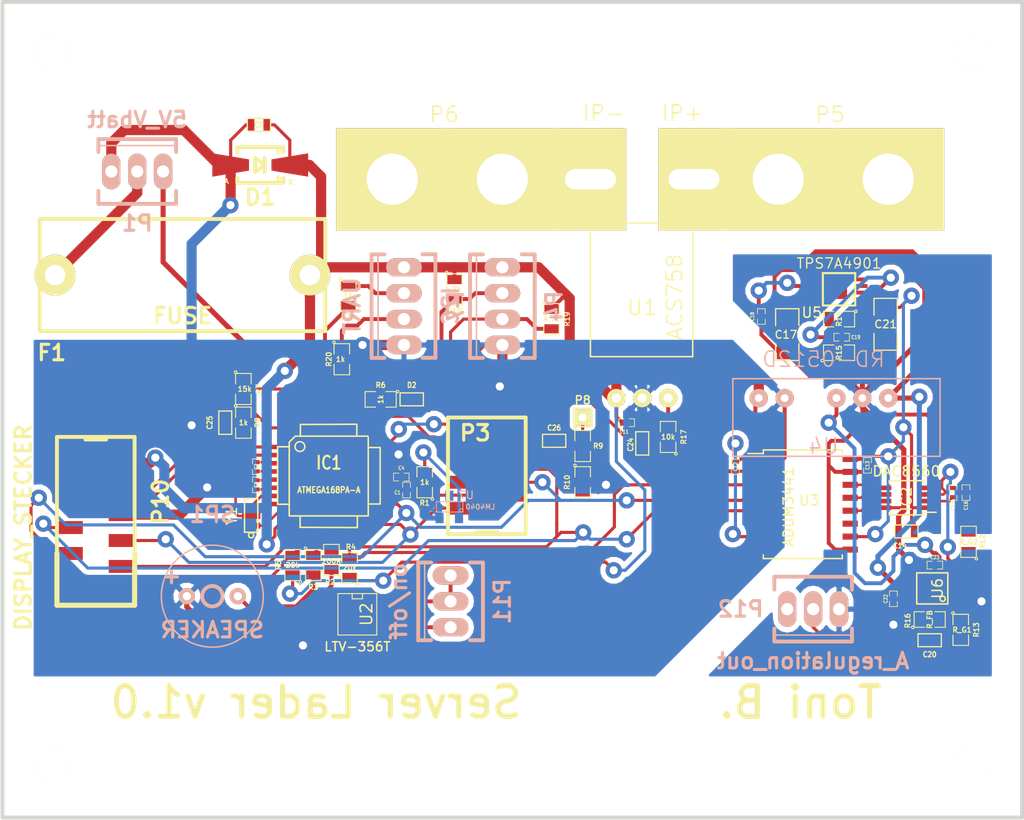
<source format=kicad_pcb>
(kicad_pcb (version 20171130) (host pcbnew "(5.1.12)-1")
  (layers (0 F.Cu signal) (31 B.Cu signal) (34 B.Paste user) (35 F.Paste user) (36 B.SilkS user) (37 F.SilkS user) (38 B.Mask user) (39 F.Mask user) (44 Edge.Cuts user))
  (net 0 "")
  (net 1 VCC)
  (net 2 GND)
  (net 3 "Net-(C4-Pad1)")
  (net 4 +5VA)
  (net 5 AGND)
  (net 6 /Vref)
  (net 7 +12V)
  (net 8 "Net-(C18-Pad1)")
  (net 9 "Net-(C19-Pad2)")
  (net 10 /V_current)
  (net 11 "Net-(C20-Pad2)")
  (net 12 -12V)
  (net 13 "Net-(D2-Pad1)")
  (net 14 "Net-(F1-Pad1)")
  (net 15 "Net-(IC1-Pad8)")
  (net 16 "Net-(IC1-Pad7)")
  (net 17 /S)
  (net 18 /B)
  (net 19 /U_reserve)
  (net 20 /SCK)
  (net 21 /U_Netzteil)
  (net 22 /A)
  (net 23 "Net-(IC1-Pad31)")
  (net 24 "Net-(IC1-Pad30)")
  (net 25 /RST)
  (net 26 "Net-(IC1-Pad26)")
  (net 27 /U_Strom)
  (net 28 /RS)
  (net 29 /CSB)
  (net 30 "Net-(IC1-Pad11)")
  (net 31 "Net-(IC1-Pad12)")
  (net 32 /SS_DAC)
  (net 33 /MOSI)
  (net 34 /MISO)
  (net 35 "Net-(IC2-Pad3)")
  (net 36 "Net-(IC2-Pad5)")
  (net 37 "Net-(IC2-Pad6)")
  (net 38 "Net-(IC2-Pad7)")
  (net 39 "Net-(P1-Pad3)")
  (net 40 "Net-(P11-Pad1)")
  (net 41 "Net-(P11-Pad2)")
  (net 42 /on)
  (net 43 "Net-(R3-Pad2)")
  (net 44 "Net-(P8-Pad1)")
  (net 45 "Net-(P5-Pad1)")
  (net 46 "Net-(P6-Pad1)")
  (net 47 "Net-(R17-Pad2)")
  (net 48 /SCL)
  (net 49 /SDA)
  (net 50 "Net-(P7-Pad2)")
  (net 51 "Net-(P7-Pad3)")
  (module Sockets_MOLEX_KK-System:Socket_MOLEX-KK-RM2-54mm_Lock_3pin_straight (layer B.Cu) (at 75.692 46.482)
    (fp_text reference P1 (at 0 5.08) (layer B.SilkS) (effects (font (size 1.524 1.524) (thickness 0.3048)) (justify mirror)))
    (fp_text value 5V_Vbatt (at 0 -5.08) (layer B.SilkS) (effects (font (size 1.524 1.524) (thickness 0.3048)) (justify mirror)))
    (pad 1 thru_hole oval (at -2.54 0) (size 1.80086 3.50012) (drill 1.19888) (layers *.Cu *.Mask B.SilkS) (net 2 GND))
    (pad 2 thru_hole oval (at 0 0) (size 1.80086 3.50012) (drill 1.19888) (layers *.Cu *.Mask B.SilkS) (net 14 "Net-(F1-Pad1)"))
    (pad 3 thru_hole oval (at 2.54 0) (size 1.80086 3.50012) (drill 1.19888) (layers *.Cu *.Mask B.SilkS) (net 39 "Net-(P1-Pad3)"))
  )
  (module Sockets_MOLEX_KK-System:Socket_MOLEX-KK-RM2-54mm_Lock_3pin_straight (layer B.Cu) (at 141.986 89.408 180)
    (fp_text reference P12 (at 7.112 0 180) (layer B.SilkS) (effects (font (size 1.524 1.524) (thickness 0.3048)) (justify mirror)))
    (fp_text value A_regulation_out (at 0 -5.08 180) (layer B.SilkS) (effects (font (size 1.524 1.524) (thickness 0.3048)) (justify mirror)))
    (pad 1 thru_hole oval (at -2.54 0 180) (size 1.80086 3.50012) (drill 1.19888) (layers *.Cu *.Mask B.SilkS) (net 5 AGND))
    (pad 2 thru_hole oval (at 0 0 180) (size 1.80086 3.50012) (drill 1.19888) (layers *.Cu *.Mask B.SilkS) (net 10 /V_current))
    (pad 3 thru_hole oval (at 2.54 0 180) (size 1.80086 3.50012) (drill 1.19888) (layers *.Cu *.Mask B.SilkS))
  )
  (module Sockets_MOLEX_KK-System:Socket_MOLEX-KK-RM2-54mm_Lock_3pin_straight (layer B.Cu) (at 106.426 88.646 90)
    (fp_text reference P11 (at 0 5.08 90) (layer B.SilkS) (effects (font (size 1.524 1.524) (thickness 0.3048)) (justify mirror)))
    (fp_text value on/off (at 0 -5.08 90) (layer B.SilkS) (effects (font (size 1.524 1.524) (thickness 0.3048)) (justify mirror)))
    (pad 1 thru_hole oval (at -2.54 0 90) (size 1.80086 3.50012) (drill 1.19888) (layers *.Cu *.Mask B.SilkS) (net 40 "Net-(P11-Pad1)"))
    (pad 2 thru_hole oval (at 0 0 90) (size 1.80086 3.50012) (drill 1.19888) (layers *.Cu *.Mask B.SilkS) (net 41 "Net-(P11-Pad2)"))
    (pad 3 thru_hole oval (at 2.54 0 90) (size 1.80086 3.50012) (drill 1.19888) (layers *.Cu *.Mask B.SilkS) (net 41 "Net-(P11-Pad2)"))
  )
  (module Sockets_MOLEX_KK-System:Socket_MOLEX-KK-RM2-54mm_Lock_4pin_straight (layer B.Cu) (at 111.506 59.69 90)
    (fp_text reference P4 (at 0 5.08 90) (layer B.SilkS) (effects (font (size 1.524 1.524) (thickness 0.3048)) (justify mirror)))
    (fp_text value I2C (at 0 -5.08 90) (layer B.SilkS) (effects (font (size 1.524 1.524) (thickness 0.3048)) (justify mirror)))
    (pad 1 thru_hole oval (at -3.81 0 90) (size 1.80086 3.50012) (drill 1.19888) (layers *.Cu *.Mask B.SilkS) (net 2 GND))
    (pad 2 thru_hole oval (at -1.27 0 90) (size 1.80086 3.50012) (drill 1.19888) (layers *.Cu *.Mask B.SilkS) (net 49 /SDA))
    (pad 3 thru_hole oval (at 1.27 0 90) (size 1.80086 3.50012) (drill 1.19888) (layers *.Cu *.Mask B.SilkS) (net 48 /SCL))
    (pad 4 thru_hole oval (at 3.81 0 90) (size 1.80086 3.50012) (drill 1.19888) (layers *.Cu *.Mask B.SilkS) (net 1 VCC))
  )
  (module Sockets_MOLEX_KK-System:Socket_MOLEX-KK-RM2-54mm_Lock_4pin_straight (layer B.Cu) (at 101.854 59.69 90)
    (fp_text reference P7 (at 0 5.08 90) (layer B.SilkS) (effects (font (size 1.524 1.524) (thickness 0.3048)) (justify mirror)))
    (fp_text value UART (at 0 -5.08 90) (layer B.SilkS) (effects (font (size 1.524 1.524) (thickness 0.3048)) (justify mirror)))
    (pad 1 thru_hole oval (at -3.81 0 90) (size 1.80086 3.50012) (drill 1.19888) (layers *.Cu *.Mask B.SilkS) (net 2 GND))
    (pad 2 thru_hole oval (at -1.27 0 90) (size 1.80086 3.50012) (drill 1.19888) (layers *.Cu *.Mask B.SilkS) (net 50 "Net-(P7-Pad2)"))
    (pad 3 thru_hole oval (at 1.27 0 90) (size 1.80086 3.50012) (drill 1.19888) (layers *.Cu *.Mask B.SilkS) (net 51 "Net-(P7-Pad3)"))
    (pad 4 thru_hole oval (at 3.81 0 90) (size 1.80086 3.50012) (drill 1.19888) (layers *.Cu *.Mask B.SilkS) (net 1 VCC))
  )
  (module SMD_Packages:SMD-0402 (layer F.Cu) (at 102.108 77.724 90)
    (fp_text reference C1 (at -0.254 -0.889 180) (layer F.SilkS) (effects (font (size 0.35052 0.3048) (thickness 0.07112))))
    (fp_text value 100nF hide)
    (pad 1 smd rect (at -0.44958 0 90) (size 0.39878 0.59944) (layers F.Cu F.Paste F.Mask) (net 1 VCC))
    (pad 2 smd rect (at 0.44958 0 90) (size 0.39878 0.59944) (layers F.Cu F.Paste F.Mask) (net 2 GND))
  )
  (module SMD_Packages:SMD-0402 (layer F.Cu) (at 87.376 75.438 90)
    (fp_text reference C2 (at 0 0 90) (layer F.SilkS) (effects (font (size 0.35052 0.3048) (thickness 0.07112))))
    (fp_text value 100nF hide)
    (pad 1 smd rect (at -0.44958 0 90) (size 0.39878 0.59944) (layers F.Cu F.Paste F.Mask) (net 1 VCC))
    (pad 2 smd rect (at 0.44958 0 90) (size 0.39878 0.59944) (layers F.Cu F.Paste F.Mask) (net 2 GND))
  )
  (module SMD_Packages:SMD-0402 (layer F.Cu) (at 87.376 77.216 90)
    (fp_text reference C3 (at 0 0 90) (layer F.SilkS) (effects (font (size 0.35052 0.3048) (thickness 0.07112))))
    (fp_text value 100nF hide)
    (pad 1 smd rect (at -0.44958 0 90) (size 0.39878 0.59944) (layers F.Cu F.Paste F.Mask) (net 1 VCC))
    (pad 2 smd rect (at 0.44958 0 90) (size 0.39878 0.59944) (layers F.Cu F.Paste F.Mask) (net 2 GND))
  )
  (module SMD_Packages:SMD-0402 (layer F.Cu) (at 101.6 76.454)
    (fp_text reference C4 (at 0 -0.889) (layer F.SilkS) (effects (font (size 0.35052 0.3048) (thickness 0.07112))))
    (fp_text value 100nF hide)
    (pad 1 smd rect (at -0.44958 0) (size 0.39878 0.59944) (layers F.Cu F.Paste F.Mask) (net 3 "Net-(C4-Pad1)"))
    (pad 2 smd rect (at 0.44958 0) (size 0.39878 0.59944) (layers F.Cu F.Paste F.Mask) (net 2 GND))
  )
  (module SMD_Packages:SMD-0603 (layer F.Cu) (at 87.63 41.91 180)
    (fp_text reference C5 (at 0 0 180) (layer F.SilkS) (effects (font (size 0.508 0.4572) (thickness 0.1143))))
    (fp_text value 1uF hide)
    (pad 1 smd rect (at -0.762 0 180) (size 0.635 1.143) (layers F.Cu F.Paste F.Mask) (net 1 VCC))
    (pad 2 smd rect (at 0.762 0 180) (size 0.635 1.143) (layers F.Cu F.Paste F.Mask) (net 2 GND))
  )
  (module SMD_Packages:SMD-0402 (layer F.Cu) (at 123.698 71.12)
    (fp_text reference C11 (at -0.254 0.889) (layer F.SilkS) (effects (font (size 0.35052 0.3048) (thickness 0.07112))))
    (fp_text value 100nF hide)
    (pad 1 smd rect (at -0.44958 0) (size 0.39878 0.59944) (layers F.Cu F.Paste F.Mask) (net 1 VCC))
    (pad 2 smd rect (at 0.44958 0) (size 0.39878 0.59944) (layers F.Cu F.Paste F.Mask) (net 2 GND))
  )
  (module SMD_Packages:SMD-0402 (layer F.Cu) (at 134.366 75.438 270)
    (fp_text reference C12 (at 0 0 270) (layer F.SilkS) (effects (font (size 0.35052 0.3048) (thickness 0.07112))))
    (fp_text value 100nF hide)
    (pad 1 smd rect (at -0.44958 0 270) (size 0.39878 0.59944) (layers F.Cu F.Paste F.Mask) (net 1 VCC))
    (pad 2 smd rect (at 0.44958 0 270) (size 0.39878 0.59944) (layers F.Cu F.Paste F.Mask) (net 2 GND))
  )
  (module SMD_Packages:SMD-0402 (layer F.Cu) (at 147.32 75.311 270)
    (fp_text reference C13 (at 0 0 270) (layer F.SilkS) (effects (font (size 0.35052 0.3048) (thickness 0.07112))))
    (fp_text value 100nF hide)
    (pad 1 smd rect (at -0.44958 0 270) (size 0.39878 0.59944) (layers F.Cu F.Paste F.Mask) (net 4 +5VA))
    (pad 2 smd rect (at 0.44958 0 270) (size 0.39878 0.59944) (layers F.Cu F.Paste F.Mask) (net 5 AGND))
  )
  (module SMD_Packages:SMD-0603 (layer F.Cu) (at 151.13 81.788 180)
    (fp_text reference C14 (at 0.635 -1.397 180) (layer F.SilkS) (effects (font (size 0.508 0.4572) (thickness 0.1143))))
    (fp_text value 1uF hide)
    (pad 1 smd rect (at -0.762 0 180) (size 0.635 1.143) (layers F.Cu F.Paste F.Mask) (net 4 +5VA))
    (pad 2 smd rect (at 0.762 0 180) (size 0.635 1.143) (layers F.Cu F.Paste F.Mask) (net 5 AGND))
  )
  (module SMD_Packages:SMD-0402 (layer F.Cu) (at 155.702 77.978 90)
    (fp_text reference C15 (at -1.27 0 90) (layer F.SilkS) (effects (font (size 0.35052 0.3048) (thickness 0.07112))))
    (fp_text value 100nF hide)
    (pad 1 smd rect (at -0.44958 0 90) (size 0.39878 0.59944) (layers F.Cu F.Paste F.Mask) (net 6 /Vref))
    (pad 2 smd rect (at 0.44958 0 90) (size 0.39878 0.59944) (layers F.Cu F.Paste F.Mask) (net 5 AGND))
  )
  (module SMD_Packages:SMD-0402 (layer F.Cu) (at 156.972 77.978 90)
    (fp_text reference C16 (at -1.27 0 90) (layer F.SilkS) (effects (font (size 0.35052 0.3048) (thickness 0.07112))))
    (fp_text value 100nF hide)
    (pad 1 smd rect (at -0.44958 0 90) (size 0.39878 0.59944) (layers F.Cu F.Paste F.Mask) (net 6 /Vref))
    (pad 2 smd rect (at 0.44958 0 90) (size 0.39878 0.59944) (layers F.Cu F.Paste F.Mask) (net 5 AGND))
  )
  (module SMD_Packages:SMD-1206 (layer F.Cu) (at 139.446 62.484 270)
    (fp_text reference C17 (at 0 0.127) (layer F.SilkS) (effects (font (size 0.762 0.762) (thickness 0.127))))
    (fp_text value 10uF hide)
    (pad 1 smd rect (at -1.651 0 270) (size 1.524 2.032) (layers F.Cu F.Paste F.Mask) (net 7 +12V))
    (pad 2 smd rect (at 1.651 0 270) (size 1.524 2.032) (layers F.Cu F.Paste F.Mask) (net 5 AGND))
  )
  (module SMD_Packages:SMD-0402 (layer F.Cu) (at 136.906 60.706 270)
    (fp_text reference C18 (at 0 0.889 270) (layer F.SilkS) (effects (font (size 0.35052 0.3048) (thickness 0.07112))))
    (fp_text value 10nF hide)
    (pad 1 smd rect (at -0.44958 0 270) (size 0.39878 0.59944) (layers F.Cu F.Paste F.Mask) (net 8 "Net-(C18-Pad1)"))
    (pad 2 smd rect (at 0.44958 0 270) (size 0.39878 0.59944) (layers F.Cu F.Paste F.Mask) (net 5 AGND))
  )
  (module SMD_Packages:SMD-0402 (layer F.Cu) (at 144.78 62.738 180)
    (fp_text reference C19 (at -1.397 0 180) (layer F.SilkS) (effects (font (size 0.35052 0.3048) (thickness 0.07112))))
    (fp_text value 10nF hide)
    (pad 1 smd rect (at -0.44958 0 180) (size 0.39878 0.59944) (layers F.Cu F.Paste F.Mask) (net 4 +5VA))
    (pad 2 smd rect (at 0.44958 0 180) (size 0.39878 0.59944) (layers F.Cu F.Paste F.Mask) (net 9 "Net-(C19-Pad2)"))
  )
  (module SMD_Packages:SMD-0603 (layer F.Cu) (at 153.416 92.456)
    (fp_text reference C20 (at 0 1.397) (layer F.SilkS) (effects (font (size 0.508 0.4572) (thickness 0.1143))))
    (fp_text value C_comp hide)
    (pad 1 smd rect (at -0.762 0) (size 0.635 1.143) (layers F.Cu F.Paste F.Mask) (net 10 /V_current))
    (pad 2 smd rect (at 0.762 0) (size 0.635 1.143) (layers F.Cu F.Paste F.Mask) (net 11 "Net-(C20-Pad2)"))
  )
  (module SMD_Packages:SMD-1206 (layer F.Cu) (at 149.098 61.468 270)
    (fp_text reference C21 (at 0 0) (layer F.SilkS) (effects (font (size 0.762 0.762) (thickness 0.127))))
    (fp_text value 10uF hide)
    (pad 1 smd rect (at -1.651 0 270) (size 1.524 2.032) (layers F.Cu F.Paste F.Mask) (net 4 +5VA))
    (pad 2 smd rect (at 1.651 0 270) (size 1.524 2.032) (layers F.Cu F.Paste F.Mask) (net 5 AGND))
  )
  (module SMD_Packages:SMD-0402 (layer F.Cu) (at 149.86 88.392 270)
    (fp_text reference C22 (at 0 0.762 270) (layer F.SilkS) (effects (font (size 0.35052 0.3048) (thickness 0.07112))))
    (fp_text value 100nF hide)
    (pad 1 smd rect (at -0.44958 0 270) (size 0.39878 0.59944) (layers F.Cu F.Paste F.Mask) (net 7 +12V))
    (pad 2 smd rect (at 0.44958 0 270) (size 0.39878 0.59944) (layers F.Cu F.Paste F.Mask) (net 5 AGND))
  )
  (module SMD_Packages:SMD-0402 (layer F.Cu) (at 153.924 85.09)
    (fp_text reference C23 (at 0 -0.762) (layer F.SilkS) (effects (font (size 0.35052 0.3048) (thickness 0.07112))))
    (fp_text value 100nF hide)
    (pad 1 smd rect (at -0.44958 0) (size 0.39878 0.59944) (layers F.Cu F.Paste F.Mask) (net 5 AGND))
    (pad 2 smd rect (at 0.44958 0) (size 0.39878 0.59944) (layers F.Cu F.Paste F.Mask) (net 12 -12V))
  )
  (module SMD_Packages:SMD-0603 (layer F.Cu) (at 102.616 68.834)
    (fp_text reference D2 (at 0 -1.397) (layer F.SilkS) (effects (font (size 0.508 0.4572) (thickness 0.1143))))
    (fp_text value LED hide)
    (pad 1 smd rect (at -0.762 0) (size 0.635 1.143) (layers F.Cu F.Paste F.Mask) (net 13 "Net-(D2-Pad1)"))
    (pad 2 smd rect (at 0.762 0) (size 0.635 1.143) (layers F.Cu F.Paste F.Mask) (net 2 GND))
  )
  (module SMD_Packages:TQFP-32 (layer F.Cu) (at 94.488 76.327)
    (fp_text reference IC1 (at 0 -1.27) (layer F.SilkS) (effects (font (size 1.27 1.016) (thickness 0.2032))))
    (fp_text value ATMEGA168PA-A (at 0 1.397) (layer F.SilkS) (effects (font (size 0.6 0.5) (thickness 0.125))))
    (pad 8 smd rect (at -4.81584 2.77622) (size 1.99898 0.44958) (layers F.Cu F.Paste F.Mask) (net 15 "Net-(IC1-Pad8)"))
    (pad 7 smd rect (at -4.81584 1.97612) (size 1.99898 0.44958) (layers F.Cu F.Paste F.Mask) (net 16 "Net-(IC1-Pad7)"))
    (pad 6 smd rect (at -4.81584 1.17602) (size 1.99898 0.44958) (layers F.Cu F.Paste F.Mask) (net 1 VCC))
    (pad 5 smd rect (at -4.81584 0.37592) (size 1.99898 0.44958) (layers F.Cu F.Paste F.Mask) (net 2 GND))
    (pad 4 smd rect (at -4.81584 -0.42418) (size 1.99898 0.44958) (layers F.Cu F.Paste F.Mask) (net 1 VCC))
    (pad 3 smd rect (at -4.81584 -1.22428) (size 1.99898 0.44958) (layers F.Cu F.Paste F.Mask) (net 2 GND))
    (pad 2 smd rect (at -4.81584 -2.02438) (size 1.99898 0.44958) (layers F.Cu F.Paste F.Mask) (net 17 /S))
    (pad 1 smd rect (at -4.81584 -2.82448) (size 1.99898 0.44958) (layers F.Cu F.Paste F.Mask) (net 18 /B))
    (pad 24 smd rect (at 4.7498 -2.8194) (size 1.99898 0.44958) (layers F.Cu F.Paste F.Mask) (net 19 /U_reserve))
    (pad 17 smd rect (at 4.7498 2.794) (size 1.99898 0.44958) (layers F.Cu F.Paste F.Mask) (net 20 /SCK))
    (pad 18 smd rect (at 4.7498 1.9812) (size 1.99898 0.44958) (layers F.Cu F.Paste F.Mask) (net 1 VCC))
    (pad 19 smd rect (at 4.7498 1.1684) (size 1.99898 0.44958) (layers F.Cu F.Paste F.Mask) (net 2 GND))
    (pad 20 smd rect (at 4.7498 0.381) (size 1.99898 0.44958) (layers F.Cu F.Paste F.Mask) (net 3 "Net-(C4-Pad1)"))
    (pad 21 smd rect (at 4.7498 -0.4318) (size 1.99898 0.44958) (layers F.Cu F.Paste F.Mask) (net 2 GND))
    (pad 22 smd rect (at 4.7498 -1.2192) (size 1.99898 0.44958) (layers F.Cu F.Paste F.Mask))
    (pad 23 smd rect (at 4.7498 -2.032) (size 1.99898 0.44958) (layers F.Cu F.Paste F.Mask) (net 21 /U_Netzteil))
    (pad 32 smd rect (at -2.82448 -4.826) (size 0.44958 1.99898) (layers F.Cu F.Paste F.Mask) (net 22 /A))
    (pad 31 smd rect (at -2.02692 -4.826) (size 0.44958 1.99898) (layers F.Cu F.Paste F.Mask) (net 23 "Net-(IC1-Pad31)"))
    (pad 30 smd rect (at -1.22428 -4.826) (size 0.44958 1.99898) (layers F.Cu F.Paste F.Mask) (net 24 "Net-(IC1-Pad30)"))
    (pad 29 smd rect (at -0.42672 -4.826) (size 0.44958 1.99898) (layers F.Cu F.Paste F.Mask) (net 25 /RST))
    (pad 28 smd rect (at 0.37592 -4.826) (size 0.44958 1.99898) (layers F.Cu F.Paste F.Mask) (net 48 /SCL))
    (pad 27 smd rect (at 1.17348 -4.826) (size 0.44958 1.99898) (layers F.Cu F.Paste F.Mask) (net 49 /SDA))
    (pad 26 smd rect (at 1.97612 -4.826) (size 0.44958 1.99898) (layers F.Cu F.Paste F.Mask) (net 26 "Net-(IC1-Pad26)"))
    (pad 25 smd rect (at 2.77368 -4.826) (size 0.44958 1.99898) (layers F.Cu F.Paste F.Mask) (net 27 /U_Strom))
    (pad 9 smd rect (at -2.8194 4.7752) (size 0.44958 1.99898) (layers F.Cu F.Paste F.Mask) (net 28 /RS))
    (pad 10 smd rect (at -2.032 4.7752) (size 0.44958 1.99898) (layers F.Cu F.Paste F.Mask) (net 29 /CSB))
    (pad 11 smd rect (at -1.2192 4.7752) (size 0.44958 1.99898) (layers F.Cu F.Paste F.Mask) (net 30 "Net-(IC1-Pad11)"))
    (pad 12 smd rect (at -0.4318 4.7752) (size 0.44958 1.99898) (layers F.Cu F.Paste F.Mask) (net 31 "Net-(IC1-Pad12)"))
    (pad 13 smd rect (at 0.3556 4.7752) (size 0.44958 1.99898) (layers F.Cu F.Paste F.Mask))
    (pad 14 smd rect (at 1.1684 4.7752) (size 0.44958 1.99898) (layers F.Cu F.Paste F.Mask) (net 32 /SS_DAC))
    (pad 15 smd rect (at 1.9812 4.7752) (size 0.44958 1.99898) (layers F.Cu F.Paste F.Mask) (net 33 /MOSI))
    (pad 16 smd rect (at 2.794 4.7752) (size 0.44958 1.99898) (layers F.Cu F.Paste F.Mask) (net 34 /MISO))
  )
  (module Housings_SSOP:MSOP-8_3x3mm_Pitch0.65mm (layer F.Cu) (at 151.13 78.486 180)
    (fp_text reference IC2 (at 0 -0.127 270) (layer F.SilkS))
    (fp_text value DAC8560 (at 0 2.6 180) (layer F.SilkS))
    (pad 1 smd rect (at -2.2 -0.975 180) (size 1.45 0.45) (layers F.Cu F.Paste F.Mask) (net 4 +5VA))
    (pad 2 smd rect (at -2.2 -0.325 180) (size 1.45 0.45) (layers F.Cu F.Paste F.Mask) (net 6 /Vref))
    (pad 3 smd rect (at -2.2 0.325 180) (size 1.45 0.45) (layers F.Cu F.Paste F.Mask) (net 35 "Net-(IC2-Pad3)"))
    (pad 4 smd rect (at -2.2 0.975 180) (size 1.45 0.45) (layers F.Cu F.Paste F.Mask) (net 35 "Net-(IC2-Pad3)"))
    (pad 5 smd rect (at 2.2 0.975 180) (size 1.45 0.45) (layers F.Cu F.Paste F.Mask) (net 36 "Net-(IC2-Pad5)"))
    (pad 6 smd rect (at 2.2 0.325 180) (size 1.45 0.45) (layers F.Cu F.Paste F.Mask) (net 37 "Net-(IC2-Pad6)"))
    (pad 7 smd rect (at 2.2 -0.325 180) (size 1.45 0.45) (layers F.Cu F.Paste F.Mask) (net 38 "Net-(IC2-Pad7)"))
    (pad 8 smd rect (at 2.2 -0.975 180) (size 1.45 0.45) (layers F.Cu F.Paste F.Mask) (net 5 AGND))
  )
  (module toni:micro_match3x2 (layer F.Cu) (at 109.982 75.692 90)
    (fp_text reference P3 (at 3.556 -1.143 180) (layer F.SilkS) (effects (font (size 1.524 1.524) (thickness 0.3048))))
    (fp_text value CONN_02X03 hide)
    (pad 1 smd rect (at -3.81 -2.54 90) (size 1.27 2.54) (layers F.Cu F.Paste F.Mask) (net 34 /MISO))
    (pad 2 smd rect (at -2.54 2.54 90) (size 1.27 2.54) (layers F.Cu F.Paste F.Mask) (net 1 VCC))
    (pad 3 smd rect (at -1.27 -2.54 90) (size 1.27 2.54) (layers F.Cu F.Paste F.Mask) (net 20 /SCK))
    (pad 4 smd rect (at 0 2.54 90) (size 1.27 2.54) (layers F.Cu F.Paste F.Mask) (net 33 /MOSI))
    (pad 5 smd rect (at 1.27 -2.54 90) (size 1.27 2.54) (layers F.Cu F.Paste F.Mask) (net 25 /RST))
    (pad 6 smd rect (at 2.54 2.54 90) (size 1.27 2.54) (layers F.Cu F.Paste F.Mask) (net 2 GND))
  )
  (module SMD_Packages:SMD-0805 (layer F.Cu) (at 103.886 76.962 90)
    (fp_text reference R1 (at -2.032 0 180) (layer F.SilkS) (effects (font (size 0.50038 0.50038) (thickness 0.10922))))
    (fp_text value 1k (at 0 0 180) (layer F.SilkS) (effects (font (size 0.50038 0.50038) (thickness 0.10922))))
    (pad 1 smd rect (at -0.9525 0 90) (size 0.889 1.397) (layers F.Cu F.Paste F.Mask) (net 1 VCC))
    (pad 2 smd rect (at 0.9525 0 90) (size 0.889 1.397) (layers F.Cu F.Paste F.Mask) (net 3 "Net-(C4-Pad1)"))
  )
  (module SMD_Packages:SMD-0805 (layer F.Cu) (at 94.742 84.582 90)
    (fp_text reference R2 (at -2.159 -0.127 180) (layer F.SilkS) (effects (font (size 0.50038 0.50038) (thickness 0.10922))))
    (fp_text value 200R (at -0.127 0 180) (layer F.SilkS) (effects (font (size 0.50038 0.50038) (thickness 0.10922))))
    (pad 1 smd rect (at -0.9525 0 90) (size 0.889 1.397) (layers F.Cu F.Paste F.Mask) (net 42 /on))
    (pad 2 smd rect (at 0.9525 0 90) (size 0.889 1.397) (layers F.Cu F.Paste F.Mask) (net 31 "Net-(IC1-Pad12)"))
  )
  (module SMD_Packages:SMD-0805 (layer F.Cu) (at 92.964 85.09 270)
    (fp_text reference R3 (at 2.159 0) (layer F.SilkS) (effects (font (size 0.50038 0.50038) (thickness 0.10922))))
    (fp_text value R hide)
    (pad 1 smd rect (at -0.9525 0 270) (size 0.889 1.397) (layers F.Cu F.Paste F.Mask) (net 30 "Net-(IC1-Pad11)"))
    (pad 2 smd rect (at 0.9525 0 270) (size 0.889 1.397) (layers F.Cu F.Paste F.Mask) (net 43 "Net-(R3-Pad2)"))
  )
  (module SMD_Packages:SMD-0805 (layer F.Cu) (at 96.52 85.344 90)
    (fp_text reference R4 (at 2.032 0.127 180) (layer F.SilkS) (effects (font (size 0.50038 0.50038) (thickness 0.10922))))
    (fp_text value 20k (at 0 0 180) (layer F.SilkS) (effects (font (size 0.50038 0.50038) (thickness 0.10922))))
    (pad 1 smd rect (at -0.9525 0 90) (size 0.889 1.397) (layers F.Cu F.Paste F.Mask) (net 1 VCC))
    (pad 2 smd rect (at 0.9525 0 90) (size 0.889 1.397) (layers F.Cu F.Paste F.Mask) (net 32 /SS_DAC))
  )
  (module SMD_Packages:SMD-0805 (layer F.Cu) (at 90.932 85.09 90)
    (fp_text reference R5 (at 0 -1.397 90) (layer F.SilkS) (effects (font (size 0.50038 0.50038) (thickness 0.10922))))
    (fp_text value 20k (at 0 0 180) (layer F.SilkS) (effects (font (size 0.50038 0.50038) (thickness 0.10922))))
    (pad 1 smd rect (at -0.9525 0 90) (size 0.889 1.397) (layers F.Cu F.Paste F.Mask) (net 1 VCC))
    (pad 2 smd rect (at 0.9525 0 90) (size 0.889 1.397) (layers F.Cu F.Paste F.Mask) (net 29 /CSB))
  )
  (module SMD_Packages:SMD-0805 (layer F.Cu) (at 99.568 68.834 180)
    (fp_text reference R6 (at 0 1.397 180) (layer F.SilkS) (effects (font (size 0.50038 0.50038) (thickness 0.10922))))
    (fp_text value 1k (at 0 0 270) (layer F.SilkS) (effects (font (size 0.50038 0.50038) (thickness 0.10922))))
    (pad 1 smd rect (at -0.9525 0 180) (size 0.889 1.397) (layers F.Cu F.Paste F.Mask) (net 13 "Net-(D2-Pad1)"))
    (pad 2 smd rect (at 0.9525 0 180) (size 0.889 1.397) (layers F.Cu F.Paste F.Mask) (net 26 "Net-(IC1-Pad26)"))
  )
  (module SMD_Packages:SMD-0805 (layer F.Cu) (at 86.106 67.818 270)
    (fp_text reference R7 (at 0 -1.524 270) (layer F.SilkS) (effects (font (size 0.50038 0.50038) (thickness 0.10922))))
    (fp_text value 15k (at 0 -0.127) (layer F.SilkS) (effects (font (size 0.50038 0.50038) (thickness 0.10922))))
    (pad 1 smd rect (at -0.9525 0 270) (size 0.889 1.397) (layers F.Cu F.Paste F.Mask) (net 39 "Net-(P1-Pad3)"))
    (pad 2 smd rect (at 0.9525 0 270) (size 0.889 1.397) (layers F.Cu F.Paste F.Mask) (net 21 /U_Netzteil))
  )
  (module SMD_Packages:SMD-0805 (layer F.Cu) (at 86.106 71.12 270)
    (fp_text reference R8 (at 0 -1.397 270) (layer F.SilkS) (effects (font (size 0.50038 0.50038) (thickness 0.10922))))
    (fp_text value 1k (at 0 0) (layer F.SilkS) (effects (font (size 0.50038 0.50038) (thickness 0.10922))))
    (pad 1 smd rect (at -0.9525 0 270) (size 0.889 1.397) (layers F.Cu F.Paste F.Mask) (net 21 /U_Netzteil))
    (pad 2 smd rect (at 0.9525 0 270) (size 0.889 1.397) (layers F.Cu F.Paste F.Mask) (net 2 GND))
  )
  (module SMD_Packages:SMD-0805 (layer F.Cu) (at 119.38 73.406 270)
    (fp_text reference R9 (at 0 -1.524) (layer F.SilkS) (effects (font (size 0.50038 0.50038) (thickness 0.10922))))
    (fp_text value R hide)
    (pad 1 smd rect (at -0.9525 0 270) (size 0.889 1.397) (layers F.Cu F.Paste F.Mask) (net 44 "Net-(P8-Pad1)"))
    (pad 2 smd rect (at 0.9525 0 270) (size 0.889 1.397) (layers F.Cu F.Paste F.Mask) (net 19 /U_reserve))
  )
  (module SMD_Packages:SMD-0805 (layer F.Cu) (at 119.38 76.962 270)
    (fp_text reference R10 (at 0 1.524 270) (layer F.SilkS) (effects (font (size 0.50038 0.50038) (thickness 0.10922))))
    (fp_text value R hide)
    (pad 1 smd rect (at -0.9525 0 270) (size 0.889 1.397) (layers F.Cu F.Paste F.Mask) (net 19 /U_reserve))
    (pad 2 smd rect (at 0.9525 0 270) (size 0.889 1.397) (layers F.Cu F.Paste F.Mask) (net 2 GND))
  )
  (module SMD_Packages:SMD-0805 (layer F.Cu) (at 157.226 82.804 90)
    (fp_text reference R12 (at 0 1.397 90) (layer F.SilkS) (effects (font (size 0.50038 0.50038) (thickness 0.10922))))
    (fp_text value R_G2 (at 0 0 180) (layer F.SilkS) (effects (font (size 0.50038 0.50038) (thickness 0.10922))))
    (pad 1 smd rect (at -0.9525 0 90) (size 0.889 1.397) (layers F.Cu F.Paste F.Mask) (net 11 "Net-(C20-Pad2)"))
    (pad 2 smd rect (at 0.9525 0 90) (size 0.889 1.397) (layers F.Cu F.Paste F.Mask) (net 6 /Vref))
  )
  (module SMD_Packages:SMD-0805 (layer F.Cu) (at 156.464 91.44 270)
    (fp_text reference R13 (at 0 -1.524 270) (layer F.SilkS) (effects (font (size 0.50038 0.50038) (thickness 0.10922))))
    (fp_text value R_G1 (at 0 -0.127) (layer F.SilkS) (effects (font (size 0.50038 0.50038) (thickness 0.10922))))
    (pad 1 smd rect (at -0.9525 0 270) (size 0.889 1.397) (layers F.Cu F.Paste F.Mask) (net 5 AGND))
    (pad 2 smd rect (at 0.9525 0 270) (size 0.889 1.397) (layers F.Cu F.Paste F.Mask) (net 11 "Net-(C20-Pad2)"))
  )
  (module SMD_Packages:SMD-0805 (layer F.Cu) (at 144.526 60.96 180)
    (fp_text reference R14 (at 0 0 270) (layer F.SilkS) (effects (font (size 0.50038 0.50038) (thickness 0.10922))))
    (fp_text value 33k hide)
    (pad 1 smd rect (at -0.9525 0 180) (size 0.889 1.397) (layers F.Cu F.Paste F.Mask) (net 4 +5VA))
    (pad 2 smd rect (at 0.9525 0 180) (size 0.889 1.397) (layers F.Cu F.Paste F.Mask) (net 9 "Net-(C19-Pad2)"))
  )
  (module SMD_Packages:SMD-0805 (layer F.Cu) (at 144.526 64.262)
    (fp_text reference R15 (at 0 0 90) (layer F.SilkS) (effects (font (size 0.50038 0.50038) (thickness 0.10922))))
    (fp_text value 10k hide)
    (pad 1 smd rect (at -0.9525 0) (size 0.889 1.397) (layers F.Cu F.Paste F.Mask) (net 9 "Net-(C19-Pad2)"))
    (pad 2 smd rect (at 0.9525 0) (size 0.889 1.397) (layers F.Cu F.Paste F.Mask) (net 5 AGND))
  )
  (module SMD_Packages:SMD-0805 (layer F.Cu) (at 153.416 90.424)
    (fp_text reference R16 (at -2.159 0.127 90) (layer F.SilkS) (effects (font (size 0.50038 0.50038) (thickness 0.10922))))
    (fp_text value R_FB (at 0 0 90) (layer F.SilkS) (effects (font (size 0.50038 0.50038) (thickness 0.10922))))
    (pad 1 smd rect (at -0.9525 0) (size 0.889 1.397) (layers F.Cu F.Paste F.Mask) (net 10 /V_current))
    (pad 2 smd rect (at 0.9525 0) (size 0.889 1.397) (layers F.Cu F.Paste F.Mask) (net 11 "Net-(C20-Pad2)"))
  )
  (module toni:Buzzer_AI-1027-TWT-5V-R (layer B.Cu) (at 83.058 88.138 180)
    (fp_text reference SP1 (at 0 8.001 180) (layer B.SilkS) (effects (font (size 1.524 1.524) (thickness 0.3048)) (justify mirror)))
    (fp_text value SPEAKER (at 0 -3.302 180) (layer B.SilkS) (effects (font (size 1.524 1.524) (thickness 0.3048)) (justify mirror)))
    (fp_text user + (at 4.0005 1.99898 180) (layer B.SilkS) (effects (font (size 1.524 1.524) (thickness 0.3048)) (justify mirror)))
    (pad 1 thru_hole circle (at -2.5 0 180) (size 1.6002 1.6002) (drill 0.8) (layers *.Cu *.Mask B.SilkS) (net 43 "Net-(R3-Pad2)"))
    (pad 2 thru_hole circle (at 2.5 0 180) (size 1.6002 1.6002) (drill 0.8) (layers *.Cu *.Mask B.SilkS) (net 2 GND))
  )
  (module toni:SO-4 (layer F.Cu) (at 97.282 89.916 270)
    (fp_text reference U2 (at 0 -0.889 270) (layer F.SilkS) (effects (font (size 1.143 1.143) (thickness 0.1524))))
    (fp_text value LTV-356T (at 3.175 0) (layer F.SilkS) (effects (font (size 0.889 0.889) (thickness 0.1524))))
    (pad 2 smd rect (at 1.27 3.2512 270) (size 0.8001 1.30048) (layers F.Cu F.Paste F.Mask) (net 2 GND))
    (pad 1 smd rect (at -1.27 3.2512 270) (size 0.8001 1.30048) (layers F.Cu F.Paste F.Mask) (net 42 /on))
    (pad 4 smd rect (at -1.27 -3.2512 270) (size 0.8001 1.30048) (layers F.Cu F.Paste F.Mask) (net 41 "Net-(P11-Pad2)"))
    (pad 3 smd rect (at 1.27 -3.2512 270) (size 0.8001 1.30048) (layers F.Cu F.Paste F.Mask) (net 40 "Net-(P11-Pad1)"))
  )
  (module Housings_SOIC:SOIC-16_7.5x10.3mm_Pitch1.27mm (layer F.Cu) (at 140.97 79.121)
    (fp_text reference U3 (at 0.635 -0.381) (layer F.SilkS))
    (fp_text value ADUM3441 (at -1.397 0.254 90) (layer F.SilkS))
    (pad 1 smd rect (at -4.65 -4.445) (size 1.5 0.6) (layers F.Cu F.Paste F.Mask) (net 1 VCC))
    (pad 2 smd rect (at -4.65 -3.175) (size 1.5 0.6) (layers F.Cu F.Paste F.Mask) (net 2 GND))
    (pad 3 smd rect (at -4.65 -1.905) (size 1.5 0.6) (layers F.Cu F.Paste F.Mask) (net 32 /SS_DAC))
    (pad 4 smd rect (at -4.65 -0.635) (size 1.5 0.6) (layers F.Cu F.Paste F.Mask) (net 20 /SCK))
    (pad 5 smd rect (at -4.65 0.635) (size 1.5 0.6) (layers F.Cu F.Paste F.Mask) (net 33 /MOSI))
    (pad 6 smd rect (at -4.65 1.905) (size 1.5 0.6) (layers F.Cu F.Paste F.Mask))
    (pad 7 smd rect (at -4.65 3.175) (size 1.5 0.6) (layers F.Cu F.Paste F.Mask) (net 1 VCC))
    (pad 8 smd rect (at -4.65 4.445) (size 1.5 0.6) (layers F.Cu F.Paste F.Mask) (net 2 GND))
    (pad 9 smd rect (at 4.65 4.445) (size 1.5 0.6) (layers F.Cu F.Paste F.Mask) (net 5 AGND))
    (pad 10 smd rect (at 4.65 3.175) (size 1.5 0.6) (layers F.Cu F.Paste F.Mask) (net 4 +5VA))
    (pad 11 smd rect (at 4.65 1.905) (size 1.5 0.6) (layers F.Cu F.Paste F.Mask))
    (pad 12 smd rect (at 4.65 0.635) (size 1.5 0.6) (layers F.Cu F.Paste F.Mask) (net 38 "Net-(IC2-Pad7)"))
    (pad 13 smd rect (at 4.65 -0.635) (size 1.5 0.6) (layers F.Cu F.Paste F.Mask) (net 37 "Net-(IC2-Pad6)"))
    (pad 14 smd rect (at 4.65 -1.905) (size 1.5 0.6) (layers F.Cu F.Paste F.Mask) (net 36 "Net-(IC2-Pad5)"))
    (pad 15 smd rect (at 4.65 -3.175) (size 1.5 0.6) (layers F.Cu F.Paste F.Mask) (net 5 AGND))
    (pad 16 smd rect (at 4.65 -4.445) (size 1.5 0.6) (layers F.Cu F.Paste F.Mask) (net 4 +5VA))
  )
  (module toni:MSOP-8_power_pad (layer F.Cu) (at 144.526 58.039 90)
    (fp_text reference U5 (at -2.286 -2.667) (layer F.SilkS) (effects (font (size 1.00076 1.00076) (thickness 0.1524))))
    (fp_text value TPS7A4901 (at 2.54 0 180) (layer F.SilkS) (effects (font (size 1.00076 1.00076) (thickness 0.127))))
    (pad 1 smd rect (at -0.97536 2.159 90) (size 0.381 1.27) (layers F.Cu F.Paste F.Mask) (net 4 +5VA))
    (pad 2 smd rect (at -0.32512 2.159 90) (size 0.381 1.27) (layers F.Cu F.Paste F.Mask) (net 9 "Net-(C19-Pad2)"))
    (pad 3 smd rect (at 0.32512 2.159 90) (size 0.381 1.27) (layers F.Cu F.Paste F.Mask))
    (pad 4 smd rect (at 0.97536 2.159 90) (size 0.381 1.27) (layers F.Cu F.Paste F.Mask) (net 5 AGND))
    (pad 5 smd rect (at 0.97536 -2.159 90) (size 0.381 1.27) (layers F.Cu F.Paste F.Mask) (net 7 +12V))
    (pad 6 smd rect (at 0.32512 -2.159 90) (size 0.381 1.27) (layers F.Cu F.Paste F.Mask) (net 8 "Net-(C18-Pad1)"))
    (pad 7 smd rect (at -0.32512 -2.159 90) (size 0.381 1.27) (layers F.Cu F.Paste F.Mask))
    (pad 8 smd rect (at -0.97536 -2.159 90) (size 0.381 1.27) (layers F.Cu F.Paste F.Mask) (net 7 +12V))
    (pad 9 smd rect (at 0 0 90) (size 1.89 1.57) (layers F.Cu F.Paste F.Mask) (net 5 AGND))
  )
  (module SMD_Packages:SSOP-8 (layer F.Cu) (at 153.67 87.376 90)
    (fp_text reference U6 (at 0 0.508 90) (layer F.SilkS) (effects (font (size 1.016 1.016) (thickness 0.1524))))
    (fp_text value OPA827 hide)
    (pad 1 smd rect (at -0.9779 2.2225 90) (size 0.4064 1.27) (layers F.Cu F.Paste F.Mask))
    (pad 2 smd rect (at -0.3302 2.2225 90) (size 0.4064 1.27) (layers F.Cu F.Paste F.Mask) (net 11 "Net-(C20-Pad2)"))
    (pad 3 smd rect (at 0.3302 2.2225 90) (size 0.4064 1.27) (layers F.Cu F.Paste F.Mask) (net 35 "Net-(IC2-Pad3)"))
    (pad 4 smd rect (at 0.9779 2.2225 90) (size 0.4064 1.27) (layers F.Cu F.Paste F.Mask) (net 12 -12V))
    (pad 5 smd rect (at 0.9779 -2.2225 90) (size 0.4064 1.27) (layers F.Cu F.Paste F.Mask))
    (pad 6 smd rect (at 0.3302 -2.2225 90) (size 0.4064 1.27) (layers F.Cu F.Paste F.Mask) (net 10 /V_current))
    (pad 7 smd rect (at -0.3302 -2.2225 90) (size 0.4064 1.27) (layers F.Cu F.Paste F.Mask) (net 7 +12V))
    (pad 8 smd rect (at -0.9779 -2.2225 90) (size 0.4064 1.27) (layers F.Cu F.Paste F.Mask))
  )
  (module Diodes_SMD:Diode-Universal-SMA-SMB_Handsoldering (layer F.Cu) (at 87.757 45.847)
    (fp_text reference D1 (at 0 3.175) (layer F.SilkS) (effects (font (size 1.524 1.524) (thickness 0.3048))))
    (fp_text value "ZENER 5,6V" hide)
    (fp_text user A (at -3.29946 1.6002) (layer F.SilkS) (effects (font (size 0.50038 0.50038) (thickness 0.09906))))
    (fp_text user K (at 2.99974 1.69926) (layer F.SilkS) (effects (font (size 0.50038 0.50038) (thickness 0.09906))))
    (pad 1 smd trapezoid (at -2.90068 0) (size 3.60172 1.69926) (rect_delta 0.59944 0) (layers F.Cu F.Paste F.Mask) (net 2 GND))
    (pad 2 smd trapezoid (at 2.90068 0 180) (size 3.60172 1.69926) (rect_delta 0.59944 0) (layers F.Cu F.Paste F.Mask) (net 1 VCC))
  )
  (module Connect:SIL-1 (layer F.Cu) (at 119.38 70.612)
    (fp_text reference P8 (at 0 -1.7) (layer F.SilkS) (effects (font (size 0.8 0.8))))
    (fp_text value CONN_01X01 hide)
    (pad 1 thru_hole rect (at 0 0) (size 1.5 1.5) (drill 0.8) (layers *.Cu *.Mask F.SilkS) (net 44 "Net-(P8-Pad1)"))
  )
  (module toni:micro_match5x2 (layer F.Cu) (at 71.628 81.407 270)
    (fp_text reference P10 (at -2.54 -6.35 270) (layer F.SilkS) (effects (font (size 1.524 1.524) (thickness 0.3048))))
    (fp_text value DISPLAY_STECKER (at 0 7.112 270) (layer F.SilkS) (effects (font (size 1.524 1.524) (thickness 0.3048))))
    (pad 2 smd rect (at -5.08 2.54 270) (size 1.27 2.54) (layers F.Cu F.Paste F.Mask) (net 22 /A))
    (pad 3 smd rect (at -3.81 -2.54 270) (size 1.27 2.54) (layers F.Cu F.Paste F.Mask) (net 18 /B))
    (pad 4 smd rect (at -2.54 2.54 270) (size 1.27 2.54) (layers F.Cu F.Paste F.Mask) (net 17 /S))
    (pad 5 smd rect (at -1.27 -2.54 270) (size 1.27 2.54) (layers F.Cu F.Paste F.Mask) (net 2 GND))
    (pad 6 smd rect (at 0 2.54 270) (size 1.27 2.54) (layers F.Cu F.Paste F.Mask) (net 33 /MOSI))
    (pad 7 smd rect (at 1.27 -2.54 270) (size 1.27 2.54) (layers F.Cu F.Paste F.Mask) (net 34 /MISO))
    (pad 8 smd rect (at 2.54 2.54 270) (size 1.27 2.54) (layers F.Cu F.Paste F.Mask) (net 20 /SCK))
    (pad 9 smd rect (at 3.81 -2.54 270) (size 1.27 2.54) (layers F.Cu F.Paste F.Mask) (net 28 /RS))
    (pad 10 smd rect (at 5.08 2.54 270) (size 1.27 2.54) (layers F.Cu F.Paste F.Mask) (net 29 /CSB))
    (pad 1 smd rect (at -6.35 -2.54 270) (size 1.27 2.54) (layers F.Cu F.Paste F.Mask) (net 1 VCC))
  )
  (module toni:ACS758_PFF (layer F.Cu) (at 125.222 66.167)
    (fp_text reference U1 (at 0 -6.35) (layer F.SilkS) (effects (font (size 1.5 1.5))))
    (fp_text value ACS758 (at 3.175 -7.366 90) (layer F.SilkS) (effects (font (size 1.5 1.5))))
    (pad 1 thru_hole circle (at -2.54 2.54) (size 1.8 1.8) (drill 0.9) (layers *.Cu *.Mask F.SilkS) (net 1 VCC))
    (pad 2 thru_hole circle (at 0 2.54) (size 1.8 1.8) (drill 0.9) (layers *.Cu *.Mask F.SilkS) (net 2 GND))
    (pad 3 thru_hole circle (at 2.54 2.54) (size 1.8 1.8) (drill 0.9) (layers *.Cu *.Mask F.SilkS) (net 47 "Net-(R17-Pad2)"))
    (pad 5 thru_hole rect (at -5.08 -18.923) (size 7 10) (drill oval 5 2) (layers *.Cu *.Mask F.SilkS) (net 46 "Net-(P6-Pad1)"))
    (pad 4 thru_hole rect (at 5.08 -18.923) (size 7 10) (drill oval 5 2) (layers *.Cu *.Mask F.SilkS) (net 45 "Net-(P5-Pad1)"))
  )
  (module toni:RD-xx12D (layer B.Cu) (at 143.002 68.707)
    (fp_text reference U4 (at 0 4.699) (layer B.SilkS) (effects (font (size 1.5 1.5)) (justify mirror)))
    (fp_text value RD-0512D (at 0 -3.81) (layer B.SilkS) (effects (font (size 1.5 1.5)) (justify mirror)))
    (pad 1 thru_hole circle (at -6.35 0) (size 1.8 1.8) (drill 0.762) (layers *.Cu *.Mask B.SilkS) (net 1 VCC))
    (pad 2 thru_hole circle (at -3.81 0) (size 1.8 1.8) (drill 0.762) (layers *.Cu *.Mask B.SilkS) (net 2 GND))
    (pad 4 thru_hole circle (at 1.27 0) (size 1.8 1.8) (drill 0.762) (layers *.Cu *.Mask B.SilkS) (net 12 -12V))
    (pad 5 thru_hole circle (at 3.81 0) (size 1.8 1.8) (drill 0.762) (layers *.Cu *.Mask B.SilkS) (net 5 AGND))
    (pad 6 thru_hole circle (at 6.35 0) (size 1.8 1.8) (drill 0.762) (layers *.Cu *.Mask B.SilkS) (net 7 +12V))
  )
  (module SMD_Packages:SMD-0603 (layer F.Cu) (at 125.222 73.152 90)
    (fp_text reference C24 (at -0.127 -1.143 270) (layer F.SilkS) (effects (font (size 0.508 0.4572) (thickness 0.1143))))
    (fp_text value 1uF hide)
    (pad 1 smd rect (at -0.762 0 90) (size 0.635 1.143) (layers F.Cu F.Paste F.Mask) (net 27 /U_Strom))
    (pad 2 smd rect (at 0.762 0 90) (size 0.635 1.143) (layers F.Cu F.Paste F.Mask) (net 2 GND))
  )
  (module SMD_Packages:SMD-0805 (layer F.Cu) (at 127.762 72.517 90)
    (fp_text reference R17 (at 0 1.524 90) (layer F.SilkS) (effects (font (size 0.50038 0.50038) (thickness 0.10922))))
    (fp_text value 10k (at 0 0 180) (layer F.SilkS) (effects (font (size 0.50038 0.50038) (thickness 0.10922))))
    (pad 1 smd rect (at -0.9525 0 90) (size 0.889 1.397) (layers F.Cu F.Paste F.Mask) (net 27 /U_Strom))
    (pad 2 smd rect (at 0.9525 0 90) (size 0.889 1.397) (layers F.Cu F.Paste F.Mask) (net 47 "Net-(R17-Pad2)"))
  )
  (module toni:CerOsc_3,2x1,3 (layer F.Cu) (at 86.868 80.264 90)
    (fp_text reference Y1 (at 0 -1.905 90) (layer F.SilkS))
    (fp_text value RESONATEUR hide)
    (pad 1 smd rect (at -0.95 0 90) (size 0.6 1.8) (layers F.Cu F.Paste F.Mask) (net 15 "Net-(IC1-Pad8)"))
    (pad 2 smd rect (at 0 0 90) (size 0.6 1.8) (layers F.Cu F.Paste F.Mask) (net 2 GND))
    (pad 3 smd rect (at 0.95 0 90) (size 0.6 1.8) (layers F.Cu F.Paste F.Mask) (net 16 "Net-(IC1-Pad7)"))
  )
  (module SMD_Packages:SMD-0603 (layer F.Cu) (at 84.328 71.12 270)
    (fp_text reference C25 (at 0 1.524 270) (layer F.SilkS) (effects (font (size 0.508 0.4572) (thickness 0.1143))))
    (fp_text value 100nF hide)
    (pad 1 smd rect (at -0.762 0 270) (size 0.635 1.143) (layers F.Cu F.Paste F.Mask) (net 21 /U_Netzteil))
    (pad 2 smd rect (at 0.762 0 270) (size 0.635 1.143) (layers F.Cu F.Paste F.Mask) (net 2 GND))
  )
  (module SMD_Packages:SMD-0603 (layer F.Cu) (at 116.586 72.898 180)
    (fp_text reference C26 (at 0 1.27) (layer F.SilkS) (effects (font (size 0.508 0.4572) (thickness 0.1143))))
    (fp_text value C hide)
    (pad 1 smd rect (at -0.762 0 180) (size 0.635 1.143) (layers F.Cu F.Paste F.Mask) (net 19 /U_reserve))
    (pad 2 smd rect (at 0.762 0 180) (size 0.635 1.143) (layers F.Cu F.Paste F.Mask) (net 2 GND))
  )
  (module SMD_Packages:SMD-0805 (layer F.Cu) (at 106.807 58.039 270)
    (fp_text reference R18 (at 2.159 0) (layer F.SilkS) (effects (font (size 0.50038 0.50038) (thickness 0.10922))))
    (fp_text value 4,7k (at 0 0.127) (layer F.SilkS) (effects (font (size 0.50038 0.50038) (thickness 0.10922))))
    (pad 1 smd rect (at -0.9525 0 270) (size 0.889 1.397) (layers F.Cu F.Paste F.Mask) (net 1 VCC))
    (pad 2 smd rect (at 0.9525 0 270) (size 0.889 1.397) (layers F.Cu F.Paste F.Mask) (net 48 /SCL))
  )
  (module SMD_Packages:SMD-0805 (layer F.Cu) (at 116.332 60.96 270)
    (fp_text reference R19 (at 0 -1.524 270) (layer F.SilkS) (effects (font (size 0.50038 0.50038) (thickness 0.10922))))
    (fp_text value 4,7k (at 0 0) (layer F.SilkS) (effects (font (size 0.50038 0.50038) (thickness 0.10922))))
    (pad 1 smd rect (at -0.9525 0 270) (size 0.889 1.397) (layers F.Cu F.Paste F.Mask) (net 1 VCC))
    (pad 2 smd rect (at 0.9525 0 270) (size 0.889 1.397) (layers F.Cu F.Paste F.Mask) (net 49 /SDA))
  )
  (module SMD_Packages:SMD-0805 (layer F.Cu) (at 95.758 64.897 270)
    (fp_text reference R20 (at 0 1.27 270) (layer F.SilkS) (effects (font (size 0.50038 0.50038) (thickness 0.10922))))
    (fp_text value 1k (at 0 0.127) (layer F.SilkS) (effects (font (size 0.50038 0.50038) (thickness 0.10922))))
    (pad 1 smd rect (at -0.9525 0 270) (size 0.889 1.397) (layers F.Cu F.Paste F.Mask) (net 50 "Net-(P7-Pad2)"))
    (pad 2 smd rect (at 0.9525 0 270) (size 0.889 1.397) (layers F.Cu F.Paste F.Mask) (net 24 "Net-(IC1-Pad30)"))
  )
  (module SMD_Packages:SMD-0805 (layer F.Cu) (at 96.393 58.674 270)
    (fp_text reference R21 (at 2.032 0) (layer F.SilkS) (effects (font (size 0.50038 0.50038) (thickness 0.10922))))
    (fp_text value 1k (at 0 0) (layer F.SilkS) (effects (font (size 0.50038 0.50038) (thickness 0.10922))))
    (pad 1 smd rect (at -0.9525 0 270) (size 0.889 1.397) (layers F.Cu F.Paste F.Mask) (net 51 "Net-(P7-Pad3)"))
    (pad 2 smd rect (at 0.9525 0 270) (size 0.889 1.397) (layers F.Cu F.Paste F.Mask) (net 23 "Net-(IC1-Pad31)"))
  )
  (module SMD_Packages:SOT-23 (layer B.Cu) (at 106.299 79.375 180)
    (fp_text reference U7 (at -1.651 1.143 180) (layer B.SilkS) (effects (font (size 0.762 0.762) (thickness 0.11938)) (justify mirror)))
    (fp_text value LM4040 (at -3.048 0 180) (layer B.SilkS) (effects (font (size 0.50038 0.50038) (thickness 0.09906)) (justify mirror)))
    (pad 3 smd rect (at 0 1.09982 180) (size 0.8001 1.00076) (layers B.Cu B.Paste B.Mask))
    (pad 2 smd rect (at 0.9525 -1.09982 180) (size 0.8001 1.00076) (layers B.Cu B.Paste B.Mask) (net 2 GND))
    (pad 1 smd rect (at -0.9525 -1.09982 180) (size 0.8001 1.00076) (layers B.Cu B.Paste B.Mask) (net 3 "Net-(C4-Pad1)"))
  )
  (module toni:fuse_holder_Schurther (layer F.Cu) (at 80.137 56.642)
    (fp_text reference F1 (at -12.827 7.62) (layer F.SilkS) (effects (font (size 1.524 1.524) (thickness 0.3048))))
    (fp_text value FUSE (at 0 4.0005) (layer F.SilkS) (effects (font (size 1.524 1.524) (thickness 0.3048))))
    (pad 1 thru_hole circle (at -12.49934 0) (size 4 4) (drill 2) (layers *.Cu *.Mask F.SilkS) (net 14 "Net-(F1-Pad1)"))
    (pad 2 thru_hole circle (at 12.49934 0) (size 4 4) (drill 2) (layers *.Cu *.Mask F.SilkS) (net 1 VCC))
  )
  (module toni:power_terminal (layer F.Cu) (at 143.637 47.244)
    (fp_text reference P5 (at 0 -6.35) (layer F.SilkS) (effects (font (size 1.5 1.5))))
    (fp_text value IP+ (at -14.478 -6.477) (layer F.SilkS) (effects (font (size 1.5 1.5))))
    (pad 1 thru_hole rect (at -5.08 0) (size 11 10) (drill 5) (layers *.Cu *.Mask F.SilkS) (net 45 "Net-(P5-Pad1)"))
    (pad 1 thru_hole rect (at 5.715 0) (size 11 10) (drill 5) (layers *.Cu *.Mask F.SilkS) (net 45 "Net-(P5-Pad1)"))
  )
  (module toni:power_terminal (layer F.Cu) (at 105.791 47.244)
    (fp_text reference P6 (at 0 -6.35) (layer F.SilkS) (effects (font (size 1.5 1.5))))
    (fp_text value IP- (at 15.621 -6.477) (layer F.SilkS) (effects (font (size 1.5 1.5))))
    (pad 1 thru_hole rect (at -5.08 0) (size 11 10) (drill 5) (layers *.Cu *.Mask F.SilkS) (net 46 "Net-(P6-Pad1)"))
    (pad 1 thru_hole rect (at 5.715 0) (size 11 10) (drill 5) (layers *.Cu *.Mask F.SilkS) (net 46 "Net-(P6-Pad1)"))
  )
  (module EuroBoard_Outline:EuroBoard_halb_Type-I_100mmX80mm_holes (layer F.Cu) (at 62.484 109.855)
    (fp_text reference Outl hide)
    (fp_text value EuroBoard_halb_Type-I_100mmX80mm_holes hide)
    (fp_line (start 99.9998 0) (end 0 0) (layer Edge.Cuts) (width 0.381))
    (fp_line (start 99.9998 -79.99984) (end 99.9998 0) (layer Edge.Cuts) (width 0.381))
    (fp_line (start 0 -79.99984) (end 99.9998 -79.99984) (layer Edge.Cuts) (width 0.381))
    (fp_line (start 0 0) (end 0 -79.99984) (layer Edge.Cuts) (width 0.381))
    (pad "" np_thru_hole circle (at 5.00126 -5.00126) (size 3.50012 3.50012) (drill 3.50012) (layers *.Cu *.Mask F.SilkS))
    (pad "" np_thru_hole circle (at 5.00126 -75.00112) (size 3.50012 3.50012) (drill 3.50012) (layers *.Cu *.Mask F.SilkS))
    (pad "" np_thru_hole circle (at 95.00108 -75.00112) (size 3.50012 3.50012) (drill 3.50012) (layers *.Cu *.Mask F.SilkS))
    (pad "" np_thru_hole circle (at 95.00108 -5.00126) (size 3.50012 3.50012) (drill 3.50012) (layers *.Cu *.Mask F.SilkS))
  )
  (gr_text "Toni B.		Server Lader v1.0" (at 110.871 98.552) (layer F.SilkS) (effects (font (size 3 3) (thickness 0.5)) (justify mirror)))
  (segment (start 99.822 86.614) (end 101.637999 84.798001) (width 0.3048) (layer F.Cu) (net 1))
  (segment (start 101.637999 84.798001) (end 121.628001 84.798001) (width 0.3048) (layer F.Cu) (net 1))
  (segment (start 121.628001 84.798001) (end 122.428 85.598) (width 0.3048) (layer F.Cu) (net 1))
  (segment (start 112.522 78.232) (end 104.2035 78.232) (width 0.3048) (layer F.Cu) (net 1))
  (segment (start 104.2035 78.232) (end 103.886 77.9145) (width 0.3048) (layer F.Cu) (net 1))
  (segment (start 91.875508 77.50302) (end 94.26702 77.50302) (width 0.3048) (layer F.Cu) (net 1))
  (segment (start 95.0722 78.3082) (end 99.2378 78.3082) (width 0.3048) (layer F.Cu) (net 1))
  (segment (start 94.26702 77.50302) (end 95.0722 78.3082) (width 0.3048) (layer F.Cu) (net 1))
  (segment (start 116.332 60.0075) (end 116.332 59.944) (width 0.381) (layer F.Cu) (net 1))
  (segment (start 116.332 59.944) (end 117.729 58.547) (width 0.381) (layer F.Cu) (net 1))
  (segment (start 106.807 55.88) (end 106.807 56.007) (width 0.381) (layer F.Cu) (net 1))
  (segment (start 106.807 56.007) (end 106.807 55.88) (width 0.381) (layer F.Cu) (net 1))
  (segment (start 101.6 55.88) (end 106.807 55.88) (width 1) (layer F.Cu) (net 1))
  (segment (start 106.807 55.88) (end 111.252 55.88) (width 1) (layer F.Cu) (net 1))
  (segment (start 101.6 55.88) (end 93.39834 55.88) (width 1) (layer F.Cu) (net 1))
  (segment (start 134.874 74.676) (end 136.32 74.676) (width 0.3048) (layer F.Cu) (net 1))
  (segment (start 134.56158 74.98842) (end 134.874 74.676) (width 0.3048) (layer F.Cu) (net 1))
  (segment (start 134.366 74.98842) (end 134.56158 74.98842) (width 0.254) (layer F.Cu) (net 1))
  (segment (start 136.32 69.039) (end 136.652 68.707) (width 0.254) (layer F.Cu) (net 1))
  (segment (start 136.32 74.676) (end 136.32 69.039) (width 0.381) (layer F.Cu) (net 1))
  (segment (start 89.65692 75.88758) (end 89.67216 75.90282) (width 0.254) (layer F.Cu) (net 1))
  (segment (start 87.376 75.88758) (end 89.65692 75.88758) (width 0.254) (layer F.Cu) (net 1))
  (segment (start 88.10498 77.50302) (end 89.67216 77.50302) (width 0.254) (layer F.Cu) (net 1))
  (segment (start 87.94242 77.66558) (end 88.10498 77.50302) (width 0.254) (layer F.Cu) (net 1))
  (segment (start 87.376 77.66558) (end 87.94242 77.66558) (width 0.254) (layer F.Cu) (net 1))
  (segment (start 86.41842 75.88758) (end 86.106 76.2) (width 0.254) (layer F.Cu) (net 1))
  (segment (start 86.106 76.2) (end 86.106 77.47) (width 0.254) (layer F.Cu) (net 1))
  (segment (start 86.106 77.47) (end 86.30158 77.66558) (width 0.254) (layer F.Cu) (net 1))
  (segment (start 86.30158 77.66558) (end 87.376 77.66558) (width 0.254) (layer F.Cu) (net 1))
  (segment (start 87.376 75.88758) (end 86.41842 75.88758) (width 0.254) (layer F.Cu) (net 1))
  (segment (start 101.97338 78.3082) (end 102.108 78.17358) (width 0.254) (layer F.Cu) (net 1))
  (segment (start 99.2378 78.3082) (end 101.97338 78.3082) (width 0.3048) (layer F.Cu) (net 1))
  (segment (start 103.62692 78.17358) (end 103.886 77.9145) (width 0.254) (layer F.Cu) (net 1))
  (segment (start 102.108 78.17358) (end 103.62692 78.17358) (width 0.3048) (layer F.Cu) (net 1))
  (segment (start 93.726 55.55234) (end 92.63634 56.642) (width 1) (layer F.Cu) (net 1))
  (segment (start 93.726 46.99) (end 93.726 55.55234) (width 1) (layer F.Cu) (net 1))
  (segment (start 92.583 45.847) (end 93.726 46.99) (width 1) (layer F.Cu) (net 1))
  (segment (start 90.65768 45.847) (end 92.583 45.847) (width 1) (layer F.Cu) (net 1))
  (segment (start 103.886 77.9145) (end 104.5845 77.9145) (width 0.3048) (layer F.Cu) (net 1))
  (segment (start 93.39834 55.88) (end 92.63634 56.642) (width 0.5) (layer F.Cu) (net 1))
  (segment (start 122.682 70.55358) (end 123.24842 71.12) (width 0.381) (layer F.Cu) (net 1))
  (segment (start 122.682 68.707) (end 122.682 70.55358) (width 0.381) (layer F.Cu) (net 1))
  (segment (start 89.154 41.91) (end 90.65768 43.41368) (width 0.3048) (layer F.Cu) (net 1))
  (segment (start 90.65768 43.41368) (end 90.65768 45.847) (width 0.3048) (layer F.Cu) (net 1))
  (segment (start 88.392 41.91) (end 89.154 41.91) (width 0.3048) (layer F.Cu) (net 1))
  (segment (start 118.11 64.516) (end 118.11 58.928) (width 1) (layer F.Cu) (net 1))
  (segment (start 118.11 58.928) (end 117.729 58.547) (width 1) (layer F.Cu) (net 1))
  (segment (start 117.729 58.547) (end 115.062 55.88) (width 1) (layer F.Cu) (net 1))
  (segment (start 115.062 55.88) (end 111.506 55.88) (width 1) (layer F.Cu) (net 1))
  (segment (start 122.301 68.707) (end 118.11 64.516) (width 1) (layer F.Cu) (net 1))
  (segment (start 122.682 68.707) (end 122.301 68.707) (width 1) (layer F.Cu) (net 1))
  (segment (start 136.652 66.802) (end 134.366 64.516) (width 1) (layer F.Cu) (net 1))
  (segment (start 134.366 64.516) (end 125.222 64.516) (width 1) (layer F.Cu) (net 1))
  (segment (start 125.222 64.516) (end 122.682 67.056) (width 1) (layer F.Cu) (net 1))
  (segment (start 122.682 67.056) (end 122.682 68.707) (width 1) (layer F.Cu) (net 1))
  (segment (start 136.652 68.707) (end 136.652 66.802) (width 1) (layer F.Cu) (net 1))
  (via (at 90.17 66.04) (size 1.6) (drill 0.8) (layers F.Cu B.Cu) (net 1))
  (segment (start 92.63634 63.57366) (end 90.17 66.04) (width 1) (layer F.Cu) (net 1))
  (segment (start 92.63634 56.642) (end 92.63634 63.57366) (width 1) (layer F.Cu) (net 1))
  (segment (start 90.17 66.04) (end 88.392 67.818) (width 1) (layer B.Cu) (net 1))
  (via (at 88.392 83.058) (size 1.6) (drill 0.8) (layers F.Cu B.Cu) (net 1))
  (segment (start 88.392 79.502) (end 88.392 83.058) (width 1) (layer B.Cu) (net 1))
  (segment (start 88.392 67.818) (end 88.392 79.502) (width 1) (layer B.Cu) (net 1))
  (segment (start 91.875508 78.855674) (end 91.875508 77.50302) (width 0.3048) (layer F.Cu) (net 1))
  (segment (start 89.191999 81.539183) (end 91.875508 78.855674) (width 0.3048) (layer F.Cu) (net 1))
  (segment (start 89.191999 82.258001) (end 89.191999 81.539183) (width 0.3048) (layer F.Cu) (net 1))
  (segment (start 88.392 83.058) (end 89.191999 82.258001) (width 0.3048) (layer F.Cu) (net 1))
  (segment (start 89.67216 77.50302) (end 91.875508 77.50302) (width 0.3048) (layer F.Cu) (net 1))
  (segment (start 90.932 87.63) (end 90.678 87.884) (width 0.3048) (layer F.Cu) (net 1))
  (segment (start 90.932 86.0425) (end 90.932 87.63) (width 0.3048) (layer F.Cu) (net 1))
  (via (at 90.678 87.884) (size 1.6) (drill 0.8) (layers F.Cu B.Cu) (net 1))
  (segment (start 93.07937 86.614) (end 99.822 86.614) (width 0.3048) (layer B.Cu) (net 1))
  (via (at 99.822 86.614) (size 1.6) (drill 0.8) (layers F.Cu B.Cu) (net 1))
  (segment (start 91.80937 87.884) (end 93.07937 86.614) (width 0.3048) (layer B.Cu) (net 1))
  (segment (start 90.678 87.884) (end 91.80937 87.884) (width 0.3048) (layer B.Cu) (net 1))
  (segment (start 96.8375 86.614) (end 96.52 86.2965) (width 0.3048) (layer F.Cu) (net 1))
  (segment (start 99.822 86.614) (end 96.8375 86.614) (width 0.3048) (layer F.Cu) (net 1))
  (via (at 122.428 85.598) (size 1.6) (drill 0.8) (layers F.Cu B.Cu) (net 1))
  (segment (start 123.55937 85.598) (end 125.476 83.68137) (width 0.3048) (layer B.Cu) (net 1))
  (segment (start 122.428 85.598) (end 123.55937 85.598) (width 0.3048) (layer B.Cu) (net 1))
  (segment (start 125.476 83.68137) (end 125.476 77.724) (width 0.3048) (layer B.Cu) (net 1))
  (segment (start 122.682 74.93) (end 122.682 68.707) (width 0.3048) (layer B.Cu) (net 1))
  (segment (start 125.476 77.724) (end 122.682 74.93) (width 0.3048) (layer B.Cu) (net 1))
  (segment (start 134.366 82.296) (end 134.112 82.042) (width 0.3048) (layer F.Cu) (net 1))
  (via (at 134.112 82.042) (size 1.6) (drill 0.8) (layers F.Cu B.Cu) (net 1))
  (segment (start 134.112 82.042) (end 134.366 81.788) (width 0.3048) (layer B.Cu) (net 1))
  (segment (start 134.366 81.788) (end 134.366 73.152) (width 0.3048) (layer B.Cu) (net 1))
  (via (at 134.366 73.152) (size 1.6) (drill 0.8) (layers F.Cu B.Cu) (net 1))
  (segment (start 134.366 73.152) (end 134.366 74.98842) (width 0.3048) (layer F.Cu) (net 1))
  (segment (start 136.32 82.296) (end 134.366 82.296) (width 0.3048) (layer F.Cu) (net 1))
  (segment (start 106.807 57.0865) (end 106.807 55.88) (width 0.381) (layer F.Cu) (net 1))
  (segment (start 76.962 75.057) (end 74.168 75.057) (width 1) (layer F.Cu) (net 1))
  (segment (start 88.392 79.502) (end 80.264 79.502) (width 1) (layer B.Cu) (net 1))
  (segment (start 78.359 77.597) (end 80.264 79.502) (width 1) (layer B.Cu) (net 1))
  (segment (start 78.359 75.438) (end 78.359 77.597) (width 1) (layer B.Cu) (net 1))
  (segment (start 77.47 74.549) (end 78.359 75.438) (width 1) (layer B.Cu) (net 1))
  (segment (start 76.962 75.057) (end 77.47 74.549) (width 1) (layer F.Cu) (net 1))
  (via (at 77.47 74.549) (size 1.6) (drill 0.8) (layers F.Cu B.Cu) (net 1))
  (segment (start 103.067875 72.326599) (end 102.124141 73.270333) (width 0.3048) (layer B.Cu) (net 2))
  (segment (start 104.211073 72.580599) (end 103.957073 72.326599) (width 0.3048) (layer B.Cu) (net 2))
  (segment (start 117.030599 72.580599) (end 104.211073 72.580599) (width 0.3048) (layer B.Cu) (net 2))
  (segment (start 102.124141 73.270333) (end 102.124141 73.431828) (width 0.3048) (layer B.Cu) (net 2))
  (segment (start 102.124141 73.431828) (end 101.324142 74.231827) (width 0.3048) (layer B.Cu) (net 2))
  (segment (start 121.666 77.216) (end 117.030599 72.580599) (width 0.3048) (layer B.Cu) (net 2))
  (segment (start 103.957073 72.326599) (end 103.067875 72.326599) (width 0.3048) (layer B.Cu) (net 2))
  (via (at 101.324142 74.231827) (size 1.6) (drill 0.8) (layers F.Cu B.Cu) (net 2))
  (segment (start 99.2378 75.8952) (end 100.54209 75.8952) (width 0.3048) (layer F.Cu) (net 2))
  (segment (start 105.3465 80.47482) (end 105.3465 80.37449) (width 0.3048) (layer B.Cu) (net 2))
  (segment (start 105.3465 80.37449) (end 101.324142 76.352132) (width 0.3048) (layer B.Cu) (net 2))
  (segment (start 101.324142 75.363197) (end 101.324142 74.231827) (width 0.3048) (layer B.Cu) (net 2))
  (segment (start 100.54209 75.8952) (end 101.324142 75.113148) (width 0.3048) (layer F.Cu) (net 2))
  (segment (start 101.324142 76.352132) (end 101.324142 75.363197) (width 0.3048) (layer B.Cu) (net 2))
  (segment (start 101.324142 75.113148) (end 101.324142 74.231827) (width 0.3048) (layer F.Cu) (net 2))
  (segment (start 97.8154 77.4954) (end 99.2378 77.4954) (width 0.3048) (layer F.Cu) (net 2))
  (segment (start 97.536 77.216) (end 97.8154 77.4954) (width 0.3048) (layer F.Cu) (net 2))
  (segment (start 97.536 75.8952) (end 97.536 77.216) (width 0.3048) (layer F.Cu) (net 2))
  (segment (start 73.152 46.482) (end 73.152 43.688) (width 1) (layer F.Cu) (net 2))
  (segment (start 73.152 43.688) (end 74.422 42.418) (width 1) (layer F.Cu) (net 2))
  (segment (start 85.9155 71.882) (end 86.106 72.0725) (width 0.3048) (layer F.Cu) (net 2))
  (segment (start 138.43 75.311) (end 138.43 82.931) (width 0.381) (layer F.Cu) (net 2))
  (segment (start 138.43 82.931) (end 137.795 83.566) (width 0.381) (layer F.Cu) (net 2))
  (segment (start 137.795 83.566) (end 136.32 83.566) (width 0.381) (layer F.Cu) (net 2))
  (segment (start 138.43 75.311) (end 137.795 75.946) (width 0.381) (layer F.Cu) (net 2))
  (segment (start 137.795 75.946) (end 136.32 75.946) (width 0.381) (layer F.Cu) (net 2))
  (segment (start 136.26158 75.88758) (end 136.32 75.946) (width 0.254) (layer F.Cu) (net 2))
  (segment (start 134.366 75.88758) (end 136.26158 75.88758) (width 0.3048) (layer F.Cu) (net 2))
  (segment (start 139.192 74.549) (end 138.43 75.311) (width 0.381) (layer F.Cu) (net 2))
  (segment (start 139.192 68.707) (end 139.192 74.549) (width 0.381) (layer F.Cu) (net 2))
  (segment (start 87.94242 74.98842) (end 88.05672 75.10272) (width 0.254) (layer F.Cu) (net 2))
  (segment (start 88.05672 75.10272) (end 89.67216 75.10272) (width 0.254) (layer F.Cu) (net 2))
  (segment (start 87.376 74.98842) (end 87.94242 74.98842) (width 0.254) (layer F.Cu) (net 2))
  (segment (start 89.60866 76.76642) (end 89.67216 76.70292) (width 0.254) (layer F.Cu) (net 2))
  (segment (start 87.376 76.76642) (end 89.60866 76.76642) (width 0.254) (layer F.Cu) (net 2))
  (segment (start 90.85072 75.10272) (end 91.694 75.946) (width 0.3048) (layer F.Cu) (net 2))
  (segment (start 91.694 75.946) (end 91.694 76.454) (width 0.3048) (layer F.Cu) (net 2))
  (segment (start 91.694 76.454) (end 91.44508 76.70292) (width 0.3048) (layer F.Cu) (net 2))
  (segment (start 91.44508 76.70292) (end 89.67216 76.70292) (width 0.3048) (layer F.Cu) (net 2))
  (segment (start 89.67216 75.10272) (end 90.85072 75.10272) (width 0.3048) (layer F.Cu) (net 2))
  (segment (start 91.7448 75.8952) (end 91.694 75.946) (width 0.254) (layer F.Cu) (net 2))
  (segment (start 97.536 75.8952) (end 91.7448 75.8952) (width 0.3048) (layer F.Cu) (net 2))
  (segment (start 99.2378 75.8952) (end 97.536 75.8952) (width 0.3048) (layer F.Cu) (net 2))
  (segment (start 85.598 80.264) (end 85.344 80.01) (width 0.254) (layer F.Cu) (net 2))
  (segment (start 85.344 80.01) (end 85.344 77.47) (width 0.254) (layer F.Cu) (net 2))
  (segment (start 86.868 80.264) (end 85.598 80.264) (width 0.254) (layer F.Cu) (net 2))
  (segment (start 102.108 76.51242) (end 102.04958 76.454) (width 0.254) (layer F.Cu) (net 2))
  (segment (start 102.108 77.27442) (end 102.108 76.51242) (width 0.3048) (layer F.Cu) (net 2))
  (segment (start 101.28758 77.27442) (end 102.108 77.27442) (width 0.3048) (layer F.Cu) (net 2))
  (segment (start 101.0666 77.4954) (end 101.28758 77.27442) (width 0.3048) (layer F.Cu) (net 2))
  (segment (start 99.2378 77.4954) (end 101.0666 77.4954) (width 0.3048) (layer F.Cu) (net 2))
  (segment (start 83.693 45.847) (end 84.85632 45.847) (width 1) (layer F.Cu) (net 2))
  (segment (start 74.422 42.418) (end 80.264 42.418) (width 1) (layer F.Cu) (net 2))
  (segment (start 80.264 42.418) (end 83.693 45.847) (width 1) (layer F.Cu) (net 2))
  (segment (start 84.328 71.882) (end 85.9155 71.882) (width 0.3048) (layer F.Cu) (net 2))
  (segment (start 133.29158 75.88758) (end 134.366 75.88758) (width 0.381) (layer F.Cu) (net 2))
  (segment (start 132.334 74.93) (end 133.29158 75.88758) (width 0.5) (layer F.Cu) (net 2))
  (segment (start 132.334 68.072) (end 132.334 74.93) (width 0.5) (layer F.Cu) (net 2))
  (segment (start 130.556 66.294) (end 132.334 68.072) (width 0.5) (layer F.Cu) (net 2))
  (segment (start 125.984 66.294) (end 130.556 66.294) (width 0.5) (layer F.Cu) (net 2))
  (segment (start 125.222 67.056) (end 125.984 66.294) (width 0.5) (layer F.Cu) (net 2))
  (segment (start 125.222 68.707) (end 125.222 67.056) (width 0.5) (layer F.Cu) (net 2))
  (segment (start 125.222 71.12) (end 125.222 72.39) (width 0.381) (layer F.Cu) (net 2))
  (segment (start 125.222 68.707) (end 125.222 71.12) (width 0.381) (layer F.Cu) (net 2))
  (segment (start 124.14758 71.12) (end 125.222 71.12) (width 0.381) (layer F.Cu) (net 2))
  (segment (start 80.558 89.194) (end 82.55 91.186) (width 0.508) (layer F.Cu) (net 2))
  (segment (start 82.55 91.186) (end 94.0308 91.186) (width 0.508) (layer F.Cu) (net 2))
  (segment (start 80.558 88.138) (end 80.558 89.194) (width 0.508) (layer F.Cu) (net 2))
  (segment (start 104.394 68.834) (end 103.378 68.834) (width 0.381) (layer F.Cu) (net 2))
  (segment (start 109.728 63.5) (end 104.394 68.834) (width 0.381) (layer F.Cu) (net 2))
  (segment (start 111.506 63.5) (end 109.728 63.5) (width 0.381) (layer F.Cu) (net 2))
  (segment (start 86.36 41.91) (end 84.85632 43.41368) (width 0.3048) (layer F.Cu) (net 2))
  (segment (start 84.85632 43.41368) (end 84.85632 45.847) (width 0.3048) (layer F.Cu) (net 2))
  (segment (start 86.868 41.91) (end 86.36 41.91) (width 0.3048) (layer F.Cu) (net 2))
  (segment (start 112.776 72.898) (end 112.522 73.152) (width 0.3048) (layer F.Cu) (net 2))
  (segment (start 115.824 72.898) (end 112.776 72.898) (width 0.3048) (layer F.Cu) (net 2))
  (segment (start 115.824 73.914) (end 117.348 75.438) (width 0.3048) (layer F.Cu) (net 2))
  (segment (start 117.348 75.438) (end 117.348 75.692) (width 0.3048) (layer F.Cu) (net 2))
  (segment (start 117.348 75.692) (end 117.602 75.946) (width 0.3048) (layer F.Cu) (net 2))
  (segment (start 117.602 75.946) (end 117.602 76.962) (width 0.3048) (layer F.Cu) (net 2))
  (segment (start 117.602 76.962) (end 118.5545 77.9145) (width 0.3048) (layer F.Cu) (net 2))
  (segment (start 118.5545 77.9145) (end 119.38 77.9145) (width 0.3048) (layer F.Cu) (net 2))
  (segment (start 115.824 72.898) (end 115.824 73.914) (width 0.3048) (layer F.Cu) (net 2))
  (segment (start 84.85632 49.76368) (end 84.85632 45.847) (width 1) (layer F.Cu) (net 2))
  (segment (start 111.506 67.31) (end 111.506 63.5) (width 1) (layer F.Cu) (net 2))
  (segment (start 125.222 67.31) (end 125.222 68.707) (width 1) (layer B.Cu) (net 2))
  (via (at 82.55 77.47) (size 1.6) (drill 0.8) (layers F.Cu B.Cu) (net 2))
  (segment (start 82.55 77.47) (end 81.026 75.946) (width 1) (layer B.Cu) (net 2))
  (segment (start 81.026 71.374) (end 81.026 75.946) (width 1) (layer B.Cu) (net 2))
  (segment (start 85.344 77.47) (end 82.55 77.47) (width 0.3048) (layer F.Cu) (net 2))
  (segment (start 82.296 71.374) (end 82.804 71.882) (width 0.5) (layer F.Cu) (net 2))
  (segment (start 82.804 71.882) (end 84.328 71.882) (width 0.5) (layer F.Cu) (net 2))
  (segment (start 81.026 71.374) (end 82.296 71.374) (width 0.5) (layer F.Cu) (net 2))
  (segment (start 79.883 80.137) (end 82.55 77.47) (width 1) (layer F.Cu) (net 2))
  (segment (start 74.168 80.137) (end 79.883 80.137) (width 1) (layer F.Cu) (net 2))
  (segment (start 93.726 91.186) (end 94.0308 91.186) (width 0.381) (layer F.Cu) (net 2))
  (segment (start 92.456 93.472) (end 91.948 92.964) (width 0.381) (layer B.Cu) (net 2))
  (via (at 91.948 92.964) (size 1.6) (drill 0.8) (layers F.Cu B.Cu) (net 2))
  (segment (start 91.948 92.964) (end 93.726 91.186) (width 0.381) (layer F.Cu) (net 2))
  (segment (start 125.222 68.707) (end 125.222 74.676) (width 1) (layer B.Cu) (net 2))
  (segment (start 119.38 93.472) (end 93.98 93.472) (width 1) (layer B.Cu) (net 2))
  (segment (start 127 85.852) (end 119.38 93.472) (width 1) (layer B.Cu) (net 2))
  (segment (start 127 76.454) (end 127 85.852) (width 1) (layer B.Cu) (net 2))
  (segment (start 125.222 74.676) (end 127 76.454) (width 1) (layer B.Cu) (net 2))
  (segment (start 93.98 93.472) (end 92.456 93.472) (width 0.381) (layer B.Cu) (net 2))
  (segment (start 85.344 75.692) (end 86.04758 74.98842) (width 0.254) (layer F.Cu) (net 2))
  (segment (start 86.04758 74.98842) (end 87.376 74.98842) (width 0.254) (layer F.Cu) (net 2))
  (segment (start 85.344 77.47) (end 85.344 75.692) (width 0.254) (layer F.Cu) (net 2))
  (via (at 121.666 77.216) (size 1.6) (drill 0.8) (layers F.Cu B.Cu) (net 2))
  (segment (start 121.666 77.216) (end 120.904 77.978) (width 0.3048) (layer F.Cu) (net 2))
  (segment (start 120.8405 77.9145) (end 119.38 77.9145) (width 0.3048) (layer F.Cu) (net 2))
  (segment (start 120.904 77.978) (end 120.8405 77.9145) (width 0.3048) (layer F.Cu) (net 2))
  (via (at 84.836 49.784) (size 1.6) (drill 0.8) (layers F.Cu B.Cu) (net 2))
  (segment (start 84.85632 49.76368) (end 84.836 49.784) (width 1) (layer F.Cu) (net 2))
  (via (at 111.252 67.564) (size 1.6) (drill 0.8) (layers F.Cu B.Cu) (net 2))
  (segment (start 111.252 67.564) (end 111.506 67.31) (width 1) (layer F.Cu) (net 2))
  (segment (start 123.952 66.04) (end 125.222 67.31) (width 1) (layer B.Cu) (net 2))
  (segment (start 81.026 71.374) (end 81.026 63.5) (width 1) (layer B.Cu) (net 2))
  (via (at 81.026 71.374) (size 1.6) (drill 0.8) (layers F.Cu B.Cu) (net 2))
  (segment (start 97.79 63.5) (end 81.026 63.5) (width 1) (layer B.Cu) (net 2))
  (segment (start 81.026 53.594) (end 81.026 63.5) (width 1) (layer B.Cu) (net 2))
  (segment (start 84.836 49.784) (end 81.026 53.594) (width 1) (layer B.Cu) (net 2))
  (via (at 97.79 63.5) (size 1.6) (drill 0.8) (layers F.Cu B.Cu) (net 2))
  (segment (start 101.854 63.5) (end 97.79 63.5) (width 1) (layer F.Cu) (net 2))
  (segment (start 97.79 65.278) (end 98.552 66.04) (width 1) (layer B.Cu) (net 2))
  (segment (start 98.552 66.04) (end 108.458 66.04) (width 1) (layer B.Cu) (net 2))
  (segment (start 108.458 66.04) (end 109.982 67.564) (width 1) (layer B.Cu) (net 2))
  (segment (start 109.982 67.564) (end 111.252 67.564) (width 1) (layer B.Cu) (net 2))
  (segment (start 97.79 63.5) (end 97.79 65.278) (width 1) (layer B.Cu) (net 2))
  (segment (start 116.84 67.564) (end 118.364 66.04) (width 1) (layer B.Cu) (net 2))
  (segment (start 118.364 66.04) (end 123.952 66.04) (width 1) (layer B.Cu) (net 2))
  (segment (start 111.252 67.564) (end 116.84 67.564) (width 1) (layer B.Cu) (net 2))
  (segment (start 104.558999 74.840999) (end 103.759 74.041) (width 0.3048) (layer B.Cu) (net 3))
  (segment (start 107.2515 77.5335) (end 104.558999 74.840999) (width 0.3048) (layer B.Cu) (net 3))
  (segment (start 107.2515 80.47482) (end 107.2515 77.5335) (width 0.3048) (layer B.Cu) (net 3))
  (segment (start 103.886 74.168) (end 103.759 74.041) (width 0.3048) (layer F.Cu) (net 3))
  (segment (start 103.886 76.0095) (end 103.886 74.168) (width 0.3048) (layer F.Cu) (net 3))
  (via (at 103.759 74.041) (size 1.6) (drill 0.8) (layers F.Cu B.Cu) (net 3))
  (segment (start 101.15042 76.454) (end 101.15042 76.077146) (width 0.3048) (layer F.Cu) (net 3))
  (segment (start 101.15042 76.077146) (end 101.535566 75.692) (width 0.3048) (layer F.Cu) (net 3))
  (segment (start 101.535566 75.692) (end 103.5685 75.692) (width 0.3048) (layer F.Cu) (net 3))
  (segment (start 100.838 76.454) (end 100.584 76.708) (width 0.3048) (layer F.Cu) (net 3))
  (segment (start 100.584 76.708) (end 99.2378 76.708) (width 0.3048) (layer F.Cu) (net 3))
  (segment (start 101.15042 76.454) (end 100.838 76.454) (width 0.3048) (layer F.Cu) (net 3))
  (segment (start 103.5685 75.692) (end 103.886 76.0095) (width 0.254) (layer F.Cu) (net 3))
  (segment (start 151.638 79.470552) (end 151.638 72.36896) (width 0.3048) (layer F.Cu) (net 4))
  (segment (start 151.638 80.6577) (end 151.638 79.470552) (width 0.3048) (layer F.Cu) (net 4))
  (segment (start 151.638 79.470552) (end 151.647552 79.461) (width 0.3048) (layer F.Cu) (net 4))
  (segment (start 151.647552 79.461) (end 153.33 79.461) (width 0.3048) (layer F.Cu) (net 4))
  (via (at 150.838001 71.568961) (size 1.6) (drill 0.8) (layers F.Cu B.Cu) (net 4))
  (segment (start 150.838001 71.568961) (end 150.838001 72.935999) (width 0.3048) (layer B.Cu) (net 4))
  (segment (start 151.638 72.36896) (end 150.838001 71.568961) (width 0.3048) (layer F.Cu) (net 4))
  (segment (start 150.838001 59.473999) (end 150.838001 71.568961) (width 0.3048) (layer B.Cu) (net 4))
  (segment (start 151.892 81.788) (end 151.892 80.9117) (width 0.3048) (layer F.Cu) (net 4))
  (segment (start 151.892 80.9117) (end 151.638 80.6577) (width 0.3048) (layer F.Cu) (net 4))
  (segment (start 145.62 74.676) (end 147.13458 74.676) (width 0.381) (layer F.Cu) (net 4))
  (segment (start 147.13458 74.676) (end 147.32 74.86142) (width 0.381) (layer F.Cu) (net 4))
  (segment (start 148.29536 59.01436) (end 149.098 59.817) (width 0.381) (layer F.Cu) (net 4))
  (segment (start 146.685 59.01436) (end 148.29536 59.01436) (width 0.381) (layer F.Cu) (net 4))
  (segment (start 146.685 60.325) (end 146.05 60.96) (width 0.381) (layer F.Cu) (net 4))
  (segment (start 146.05 60.96) (end 145.4785 60.96) (width 0.381) (layer F.Cu) (net 4))
  (segment (start 146.685 59.01436) (end 146.685 60.325) (width 0.381) (layer F.Cu) (net 4))
  (segment (start 145.22958 61.20892) (end 145.4785 60.96) (width 0.381) (layer F.Cu) (net 4))
  (segment (start 145.22958 62.738) (end 145.22958 61.20892) (width 0.381) (layer F.Cu) (net 4))
  (via (at 148.082 82.042) (size 1.6) (drill 0.8) (layers F.Cu B.Cu) (net 4))
  (segment (start 147.828 82.296) (end 148.082 82.042) (width 0.3048) (layer F.Cu) (net 4))
  (segment (start 145.62 82.296) (end 147.828 82.296) (width 0.3048) (layer F.Cu) (net 4))
  (via (at 149.352 74.422) (size 1.6) (drill 0.8) (layers F.Cu B.Cu) (net 4))
  (segment (start 149.352 80.772) (end 149.352 74.422) (width 0.3048) (layer B.Cu) (net 4))
  (segment (start 148.082 82.042) (end 149.352 80.772) (width 0.3048) (layer B.Cu) (net 4))
  (segment (start 147.75942 74.422) (end 147.32 74.86142) (width 0.3048) (layer F.Cu) (net 4))
  (segment (start 149.352 74.422) (end 147.75942 74.422) (width 0.3048) (layer F.Cu) (net 4))
  (via (at 151.638 58.674) (size 1.6) (drill 0.8) (layers F.Cu B.Cu) (net 4))
  (segment (start 149.098 59.817) (end 150.495 59.817) (width 0.3048) (layer F.Cu) (net 4))
  (segment (start 150.495 59.817) (end 151.638 58.674) (width 0.3048) (layer F.Cu) (net 4))
  (segment (start 150.151999 73.622001) (end 149.352 74.422) (width 0.3048) (layer B.Cu) (net 4))
  (segment (start 150.838001 72.935999) (end 150.151999 73.622001) (width 0.3048) (layer B.Cu) (net 4))
  (segment (start 151.638 58.674) (end 150.838001 59.473999) (width 0.3048) (layer B.Cu) (net 4))
  (segment (start 156.972 76.94803) (end 156.972 77.52842) (width 0.381) (layer F.Cu) (net 5))
  (segment (start 156.972 74.168) (end 156.972 76.94803) (width 0.381) (layer F.Cu) (net 5))
  (segment (start 153.12846 70.32446) (end 156.972 74.168) (width 0.381) (layer F.Cu) (net 5))
  (segment (start 148.62354 70.32446) (end 153.12846 70.32446) (width 0.381) (layer F.Cu) (net 5))
  (segment (start 148.082 70.866) (end 148.62354 70.32446) (width 0.381) (layer F.Cu) (net 5))
  (segment (start 148.082 70.961053) (end 148.082 70.866) (width 0.508) (layer F.Cu) (net 5))
  (segment (start 150.876 78.74) (end 150.876 73.755053) (width 0.508) (layer F.Cu) (net 5))
  (segment (start 150.876 73.755053) (end 148.082 70.961053) (width 0.508) (layer F.Cu) (net 5))
  (segment (start 144.145 83.566) (end 145.62 83.566) (width 0.381) (layer F.Cu) (net 5))
  (segment (start 144.145 75.946) (end 145.62 75.946) (width 0.381) (layer F.Cu) (net 5))
  (segment (start 145.62 75.946) (end 147.13458 75.946) (width 0.381) (layer F.Cu) (net 5))
  (segment (start 147.13458 75.946) (end 147.32 75.76058) (width 0.381) (layer F.Cu) (net 5))
  (segment (start 156.972 77.52842) (end 155.702 77.52842) (width 0.254) (layer F.Cu) (net 5))
  (segment (start 146.812 71.12) (end 145.034 72.898) (width 0.381) (layer F.Cu) (net 5))
  (segment (start 145.034 72.898) (end 143.764 72.898) (width 0.381) (layer F.Cu) (net 5))
  (segment (start 143.764 72.898) (end 143.51 73.152) (width 0.381) (layer F.Cu) (net 5))
  (segment (start 143.51 73.152) (end 143.51 75.311) (width 0.381) (layer F.Cu) (net 5))
  (segment (start 146.812 68.707) (end 146.812 71.12) (width 0.381) (layer F.Cu) (net 5))
  (segment (start 143.51 75.311) (end 143.51 82.931) (width 0.381) (layer F.Cu) (net 5))
  (segment (start 143.51 82.931) (end 144.145 83.566) (width 0.381) (layer F.Cu) (net 5))
  (segment (start 143.51 75.311) (end 144.145 75.946) (width 0.381) (layer F.Cu) (net 5))
  (segment (start 151.384 84.582) (end 151.892 85.09) (width 0.5) (layer F.Cu) (net 5))
  (segment (start 151.892 85.09) (end 153.47442 85.09) (width 0.5) (layer F.Cu) (net 5))
  (via (at 151.384 84.582) (size 1.6) (drill 0.8) (layers F.Cu B.Cu) (net 5))
  (segment (start 151.384 89.408) (end 151.384 84.582) (width 0.5) (layer B.Cu) (net 5))
  (segment (start 149.86 90.932) (end 151.384 89.408) (width 0.5) (layer B.Cu) (net 5))
  (via (at 149.86 90.932) (size 1.6) (drill 0.8) (layers F.Cu B.Cu) (net 5))
  (segment (start 149.86 88.84158) (end 149.86 90.932) (width 0.5) (layer F.Cu) (net 5))
  (segment (start 150.368 83.566) (end 151.384 84.582) (width 0.5) (layer F.Cu) (net 5))
  (segment (start 150.368 81.788) (end 150.368 83.566) (width 0.5) (layer F.Cu) (net 5))
  (segment (start 155.702 77.52842) (end 155.80233 77.52842) (width 0.254) (layer F.Cu) (net 5))
  (segment (start 156.21 90.932) (end 149.86 90.932) (width 0.5) (layer B.Cu) (net 5))
  (segment (start 158.496 88.646) (end 156.21 90.932) (width 0.5) (layer B.Cu) (net 5))
  (via (at 158.496 88.646) (size 1.6) (drill 0.8) (layers F.Cu B.Cu) (net 5))
  (segment (start 158.242 88.646) (end 158.496 88.646) (width 0.3048) (layer F.Cu) (net 5))
  (segment (start 156.464 90.424) (end 158.242 88.646) (width 0.3048) (layer F.Cu) (net 5))
  (segment (start 156.464 90.4875) (end 156.464 90.424) (width 0.3048) (layer F.Cu) (net 5))
  (segment (start 148.336 89.408) (end 149.86 90.932) (width 0.5) (layer F.Cu) (net 5))
  (segment (start 144.526 89.408) (end 148.336 89.408) (width 0.5) (layer F.Cu) (net 5))
  (segment (start 145.50136 57.06364) (end 144.526 58.039) (width 0.254) (layer F.Cu) (net 5))
  (segment (start 146.685 57.06364) (end 145.50136 57.06364) (width 0.254) (layer F.Cu) (net 5))
  (segment (start 136.906 62.484) (end 136.906 61.15558) (width 0.381) (layer F.Cu) (net 5))
  (segment (start 138.557 64.135) (end 136.906 62.484) (width 0.381) (layer F.Cu) (net 5))
  (segment (start 139.446 64.135) (end 138.557 64.135) (width 0.381) (layer F.Cu) (net 5))
  (segment (start 146.812 68.326) (end 146.812 68.707) (width 0.5) (layer F.Cu) (net 5))
  (segment (start 141.732 66.548) (end 145.034 66.548) (width 0.5) (layer F.Cu) (net 5))
  (segment (start 145.034 66.548) (end 146.812 68.326) (width 0.5) (layer F.Cu) (net 5))
  (segment (start 139.446 64.262) (end 141.732 66.548) (width 0.5) (layer F.Cu) (net 5))
  (segment (start 139.446 64.135) (end 139.446 64.262) (width 0.5) (layer F.Cu) (net 5))
  (segment (start 146.812 65.532) (end 146.812 68.707) (width 0.5) (layer F.Cu) (net 5))
  (segment (start 145.542 64.262) (end 146.812 65.532) (width 0.5) (layer F.Cu) (net 5))
  (segment (start 145.4785 64.262) (end 145.542 64.262) (width 0.5) (layer F.Cu) (net 5))
  (segment (start 146.812 68.326) (end 146.812 68.707) (width 0.5) (layer F.Cu) (net 5))
  (segment (start 149.098 65.024) (end 147.828 66.294) (width 0.5) (layer F.Cu) (net 5))
  (segment (start 147.828 66.294) (end 147.828 67.31) (width 0.5) (layer F.Cu) (net 5))
  (segment (start 147.828 67.31) (end 146.812 68.326) (width 0.5) (layer F.Cu) (net 5))
  (segment (start 149.098 63.119) (end 149.098 65.024) (width 0.5) (layer F.Cu) (net 5))
  (segment (start 146.812 68.707) (end 146.812 69.596) (width 0.508) (layer F.Cu) (net 5))
  (segment (start 148.082 70.866) (end 146.812 69.596) (width 0.508) (layer F.Cu) (net 5))
  (segment (start 150.876 79.756) (end 150.368 80.264) (width 0.5) (layer F.Cu) (net 5))
  (segment (start 150.368 80.264) (end 150.368 81.788) (width 0.5) (layer F.Cu) (net 5))
  (segment (start 150.876 79.502) (end 150.876 79.756) (width 0.5) (layer F.Cu) (net 5))
  (segment (start 150.876 78.74) (end 150.876 79.502) (width 0.5) (layer F.Cu) (net 5))
  (segment (start 150.876 79.461) (end 150.876 79.502) (width 0.3048) (layer F.Cu) (net 5))
  (segment (start 148.93 79.461) (end 150.876 79.461) (width 0.3048) (layer F.Cu) (net 5))
  (segment (start 150.368 55.372) (end 147.033 55.372) (width 0.5) (layer F.Cu) (net 5))
  (segment (start 152.942001 62.576999) (end 152.942001 57.946001) (width 0.5) (layer F.Cu) (net 5))
  (segment (start 146.812 68.707) (end 152.942001 62.576999) (width 0.5) (layer F.Cu) (net 5))
  (segment (start 152.942001 57.946001) (end 150.368 55.372) (width 0.5) (layer F.Cu) (net 5))
  (segment (start 144.526 57.879) (end 144.526 58.039) (width 0.5) (layer F.Cu) (net 5))
  (segment (start 147.033 55.372) (end 144.526 57.879) (width 0.5) (layer F.Cu) (net 5))
  (segment (start 155.702 78.42758) (end 156.972 78.42758) (width 0.254) (layer F.Cu) (net 6))
  (segment (start 155.31858 78.811) (end 155.702 78.42758) (width 0.254) (layer F.Cu) (net 6))
  (segment (start 153.33 78.811) (end 155.31858 78.811) (width 0.254) (layer F.Cu) (net 6))
  (segment (start 156.972 81.5975) (end 157.226 81.8515) (width 0.3048) (layer F.Cu) (net 6))
  (segment (start 156.972 78.42758) (end 156.972 81.5975) (width 0.3048) (layer F.Cu) (net 6))
  (segment (start 150.09622 87.7062) (end 149.86 87.94242) (width 0.3048) (layer F.Cu) (net 7))
  (segment (start 151.4475 87.7062) (end 150.09622 87.7062) (width 0.3048) (layer F.Cu) (net 7))
  (segment (start 140.37564 59.01436) (end 142.367 59.01436) (width 0.381) (layer F.Cu) (net 7))
  (segment (start 139.446 59.944) (end 140.37564 59.01436) (width 0.381) (layer F.Cu) (net 7))
  (segment (start 139.446 60.833) (end 139.446 59.944) (width 0.381) (layer F.Cu) (net 7))
  (segment (start 142.367 57.06364) (end 141.351 57.06364) (width 0.381) (layer F.Cu) (net 7))
  (segment (start 140.446859 56.159499) (end 138.848639 56.159499) (width 0.381) (layer F.Cu) (net 7))
  (segment (start 141.351 57.06364) (end 140.446859 56.159499) (width 0.381) (layer F.Cu) (net 7))
  (segment (start 138.848639 56.159499) (end 138.201499 56.806639) (width 0.381) (layer F.Cu) (net 7))
  (segment (start 138.201499 56.806639) (end 138.201499 58.509361) (width 0.381) (layer F.Cu) (net 7))
  (segment (start 138.201499 58.509361) (end 138.706498 59.01436) (width 0.381) (layer F.Cu) (net 7))
  (segment (start 138.706498 59.01436) (end 140.37564 59.01436) (width 0.381) (layer F.Cu) (net 7))
  (segment (start 152.273 68.707) (end 152.4 68.58) (width 0.5) (layer F.Cu) (net 7))
  (via (at 152.4 68.58) (size 1.6) (drill 0.8) (layers F.Cu B.Cu) (net 7))
  (via (at 148.336 85.344) (size 1.6) (drill 0.8) (layers F.Cu B.Cu) (net 7))
  (segment (start 148.336 85.344) (end 149.86 86.868) (width 0.5) (layer F.Cu) (net 7))
  (segment (start 149.86 86.868) (end 149.86 87.94242) (width 0.381) (layer F.Cu) (net 7))
  (segment (start 149.352 68.707) (end 152.273 68.707) (width 0.5) (layer F.Cu) (net 7))
  (segment (start 152.4 80.14863) (end 148.336 84.21263) (width 0.5) (layer B.Cu) (net 7))
  (segment (start 152.4 68.58) (end 152.4 80.14863) (width 0.5) (layer B.Cu) (net 7))
  (segment (start 148.336 84.21263) (end 148.336 85.344) (width 0.5) (layer B.Cu) (net 7))
  (segment (start 142.242368 54.36399) (end 140.446859 56.159499) (width 0.5) (layer F.Cu) (net 7))
  (segment (start 149.352 68.707) (end 153.696011 64.362989) (width 0.5) (layer F.Cu) (net 7))
  (segment (start 153.696011 64.362989) (end 153.696011 56.36368) (width 0.5) (layer F.Cu) (net 7))
  (segment (start 153.696011 56.36368) (end 151.696321 54.36399) (width 0.5) (layer F.Cu) (net 7))
  (segment (start 151.696321 54.36399) (end 142.242368 54.36399) (width 0.5) (layer F.Cu) (net 7))
  (via (at 139.446 57.404) (size 1.6) (drill 0.8) (layers F.Cu B.Cu) (net 8))
  (segment (start 139.75588 57.71388) (end 139.446 57.404) (width 0.381) (layer F.Cu) (net 8))
  (segment (start 142.367 57.71388) (end 139.75588 57.71388) (width 0.381) (layer F.Cu) (net 8))
  (via (at 136.652 58.166) (size 1.6) (drill 0.8) (layers F.Cu B.Cu) (net 8))
  (segment (start 137.414 57.404) (end 136.652 58.166) (width 0.381) (layer B.Cu) (net 8))
  (segment (start 139.446 57.404) (end 137.414 57.404) (width 0.381) (layer B.Cu) (net 8))
  (segment (start 136.652 60.00242) (end 136.906 60.25642) (width 0.381) (layer F.Cu) (net 8))
  (segment (start 136.652 58.166) (end 136.652 60.00242) (width 0.381) (layer F.Cu) (net 8))
  (segment (start 143.5735 62.0395) (end 143.5735 60.96) (width 0.381) (layer F.Cu) (net 9))
  (segment (start 144.272 62.738) (end 143.5735 62.0395) (width 0.381) (layer F.Cu) (net 9))
  (segment (start 143.5735 63.4365) (end 143.5735 64.262) (width 0.381) (layer F.Cu) (net 9))
  (segment (start 144.272 62.738) (end 143.5735 63.4365) (width 0.381) (layer F.Cu) (net 9))
  (segment (start 144.33042 62.738) (end 144.272 62.738) (width 0.381) (layer F.Cu) (net 9))
  (segment (start 146.685 58.379358) (end 146.685 58.36412) (width 0.381) (layer F.Cu) (net 9))
  (segment (start 141.986 62.738) (end 141.732 62.484) (width 0.381) (layer F.Cu) (net 9))
  (via (at 141.732 62.484) (size 1.6) (drill 0.8) (layers F.Cu B.Cu) (net 9))
  (segment (start 141.732 62.484) (end 147.32 56.896) (width 0.381) (layer B.Cu) (net 9))
  (segment (start 147.32 56.896) (end 149.606 56.896) (width 0.381) (layer B.Cu) (net 9))
  (via (at 149.606 56.896) (size 1.6) (drill 0.8) (layers F.Cu B.Cu) (net 9))
  (segment (start 149.606 56.896) (end 148.59 57.912) (width 0.381) (layer F.Cu) (net 9))
  (segment (start 148.59 57.912) (end 148.59 58.084718) (width 0.381) (layer F.Cu) (net 9))
  (segment (start 148.59 58.084718) (end 148.29536 58.379358) (width 0.381) (layer F.Cu) (net 9))
  (segment (start 148.29536 58.379358) (end 146.685 58.379358) (width 0.381) (layer F.Cu) (net 9))
  (segment (start 144.33042 62.738) (end 141.986 62.738) (width 0.381) (layer F.Cu) (net 9))
  (segment (start 152.8318 87.0458) (end 152.908 87.122) (width 0.3048) (layer F.Cu) (net 10))
  (segment (start 152.908 87.122) (end 152.908 89.154) (width 0.3048) (layer F.Cu) (net 10))
  (segment (start 152.908 89.154) (end 152.4635 89.5985) (width 0.3048) (layer F.Cu) (net 10))
  (segment (start 152.4635 89.5985) (end 152.4635 90.424) (width 0.3048) (layer F.Cu) (net 10))
  (segment (start 151.4475 87.0458) (end 152.8318 87.0458) (width 0.3048) (layer F.Cu) (net 10))
  (segment (start 152.4635 92.2655) (end 152.654 92.456) (width 0.3048) (layer F.Cu) (net 10))
  (segment (start 152.4635 90.424) (end 152.4635 92.2655) (width 0.3048) (layer F.Cu) (net 10))
  (segment (start 143.256 92.456) (end 141.986 91.186) (width 0.3048) (layer F.Cu) (net 10))
  (segment (start 141.986 91.186) (end 141.986 89.408) (width 0.3048) (layer F.Cu) (net 10))
  (segment (start 152.654 92.456) (end 143.256 92.456) (width 0.3048) (layer F.Cu) (net 10))
  (segment (start 154.3558 87.7062) (end 154.3685 87.7189) (width 0.3048) (layer F.Cu) (net 11))
  (segment (start 154.3685 87.7189) (end 154.3685 90.424) (width 0.3048) (layer F.Cu) (net 11))
  (segment (start 155.8925 87.7062) (end 154.3558 87.7062) (width 0.3048) (layer F.Cu) (net 11))
  (segment (start 154.3685 92.2655) (end 154.178 92.456) (width 0.3048) (layer F.Cu) (net 11))
  (segment (start 154.3685 90.424) (end 154.3685 92.2655) (width 0.3048) (layer F.Cu) (net 11))
  (segment (start 157.226 83.7565) (end 157.226 84.5058) (width 0.3048) (layer F.Cu) (net 11))
  (segment (start 157.226 84.5058) (end 158.2293 85.5091) (width 0.3048) (layer F.Cu) (net 11))
  (segment (start 158.2293 85.5091) (end 158.2293 86.654976) (width 0.3048) (layer F.Cu) (net 11))
  (segment (start 157.178076 87.7062) (end 156.8323 87.7062) (width 0.3048) (layer F.Cu) (net 11))
  (segment (start 158.2293 86.654976) (end 157.178076 87.7062) (width 0.3048) (layer F.Cu) (net 11))
  (segment (start 156.8323 87.7062) (end 155.8925 87.7062) (width 0.3048) (layer F.Cu) (net 11))
  (segment (start 156.4005 92.456) (end 156.464 92.3925) (width 0.3048) (layer F.Cu) (net 11))
  (segment (start 154.178 92.456) (end 156.4005 92.456) (width 0.3048) (layer F.Cu) (net 11))
  (segment (start 155.58135 86.3981) (end 155.8925 86.3981) (width 0.3048) (layer F.Cu) (net 12))
  (segment (start 154.37358 85.09) (end 154.37358 85.19033) (width 0.3048) (layer F.Cu) (net 12))
  (segment (start 154.37358 85.19033) (end 155.58135 86.3981) (width 0.3048) (layer F.Cu) (net 12))
  (via (at 143.51 71.12) (size 1.6) (drill 0.8) (layers F.Cu B.Cu) (net 12))
  (segment (start 144.272 70.358) (end 143.51 71.12) (width 0.381) (layer F.Cu) (net 12))
  (segment (start 144.272 68.707) (end 144.272 70.358) (width 0.381) (layer F.Cu) (net 12))
  (segment (start 143.51 71.12) (end 146.05 73.66) (width 0.381) (layer B.Cu) (net 12))
  (segment (start 146.05 73.66) (end 146.05 85.852) (width 0.381) (layer B.Cu) (net 12))
  (segment (start 146.05 85.852) (end 147.066 86.868) (width 0.381) (layer B.Cu) (net 12))
  (segment (start 148.653862 86.868) (end 149.86 85.661862) (width 0.381) (layer B.Cu) (net 12))
  (segment (start 147.066 86.868) (end 148.653862 86.868) (width 0.381) (layer B.Cu) (net 12))
  (via (at 152.954792 83.104792) (size 1.6) (drill 0.8) (layers F.Cu B.Cu) (net 12))
  (segment (start 151.019346 83.104792) (end 152.954792 83.104792) (width 0.381) (layer B.Cu) (net 12))
  (segment (start 149.86 84.264138) (end 151.019346 83.104792) (width 0.381) (layer B.Cu) (net 12))
  (segment (start 149.86 85.661862) (end 149.86 84.264138) (width 0.381) (layer B.Cu) (net 12))
  (segment (start 153.754791 83.904791) (end 154.008791 83.904791) (width 0.381) (layer F.Cu) (net 12))
  (segment (start 152.954792 83.104792) (end 153.754791 83.904791) (width 0.381) (layer F.Cu) (net 12))
  (segment (start 154.37358 84.26958) (end 154.37358 85.09) (width 0.381) (layer F.Cu) (net 12))
  (segment (start 154.008791 83.904791) (end 154.37358 84.26958) (width 0.381) (layer F.Cu) (net 12))
  (segment (start 100.5205 68.834) (end 101.854 68.834) (width 0.3048) (layer F.Cu) (net 13))
  (segment (start 75.692 48.58766) (end 67.63766 56.642) (width 1) (layer F.Cu) (net 14))
  (segment (start 75.692 46.482) (end 75.692 48.58766) (width 1) (layer F.Cu) (net 14))
  (segment (start 89.67216 79.74584) (end 88.204 81.214) (width 0.254) (layer F.Cu) (net 15))
  (segment (start 88.204 81.214) (end 86.868 81.214) (width 0.254) (layer F.Cu) (net 15))
  (segment (start 89.67216 79.10322) (end 89.67216 79.74584) (width 0.254) (layer F.Cu) (net 15))
  (segment (start 87.87888 78.30312) (end 86.868 79.314) (width 0.254) (layer F.Cu) (net 16))
  (segment (start 89.67216 78.30312) (end 87.87888 78.30312) (width 0.254) (layer F.Cu) (net 16))
  (segment (start 81.39938 74.30262) (end 76.835 78.867) (width 0.3048) (layer F.Cu) (net 17))
  (segment (start 76.835 78.867) (end 69.088 78.867) (width 0.3048) (layer F.Cu) (net 17))
  (segment (start 89.67216 74.30262) (end 81.39938 74.30262) (width 0.3048) (layer F.Cu) (net 17))
  (segment (start 81.18348 73.50252) (end 77.089 77.597) (width 0.3048) (layer F.Cu) (net 18))
  (segment (start 77.089 77.597) (end 74.168 77.597) (width 0.3048) (layer F.Cu) (net 18))
  (segment (start 89.67216 73.50252) (end 81.18348 73.50252) (width 0.3048) (layer F.Cu) (net 18))
  (segment (start 101.836666 71.264334) (end 101.346 71.755) (width 0.3048) (layer B.Cu) (net 19))
  (segment (start 104.785317 71.264334) (end 101.836666 71.264334) (width 0.3048) (layer B.Cu) (net 19))
  (segment (start 100.0125 73.5076) (end 101.346 72.1741) (width 0.3048) (layer F.Cu) (net 19))
  (segment (start 101.346 72.1741) (end 101.346 71.755) (width 0.3048) (layer F.Cu) (net 19))
  (segment (start 99.2378 73.5076) (end 100.0125 73.5076) (width 0.3048) (layer F.Cu) (net 19))
  (via (at 101.346 71.755) (size 1.6) (drill 0.8) (layers F.Cu B.Cu) (net 19))
  (via (at 104.785317 71.264334) (size 1.6) (drill 0.8) (layers F.Cu B.Cu) (net 19))
  (segment (start 115.968334 71.264334) (end 105.916687 71.264334) (width 0.3048) (layer F.Cu) (net 19))
  (segment (start 117.348 72.898) (end 117.348 72.644) (width 0.3048) (layer F.Cu) (net 19))
  (segment (start 105.916687 71.264334) (end 104.785317 71.264334) (width 0.3048) (layer F.Cu) (net 19))
  (segment (start 117.348 72.644) (end 115.968334 71.264334) (width 0.3048) (layer F.Cu) (net 19))
  (segment (start 119.38 74.3585) (end 119.38 76.0095) (width 0.3048) (layer F.Cu) (net 19))
  (segment (start 117.348 73.66) (end 118.0465 74.3585) (width 0.3048) (layer F.Cu) (net 19))
  (segment (start 118.0465 74.3585) (end 119.38 74.3585) (width 0.3048) (layer F.Cu) (net 19))
  (segment (start 117.348 72.898) (end 117.348 73.66) (width 0.3048) (layer F.Cu) (net 19))
  (segment (start 114.046 78.74) (end 111.404399 81.381601) (width 0.3048) (layer B.Cu) (net 20))
  (segment (start 102.886387 80.779257) (end 102.086388 79.979258) (width 0.3048) (layer B.Cu) (net 20))
  (segment (start 111.404399 81.381601) (end 103.488731 81.381601) (width 0.3048) (layer B.Cu) (net 20))
  (segment (start 103.488731 81.381601) (end 102.886387 80.779257) (width 0.3048) (layer B.Cu) (net 20))
  (segment (start 117.221 78.74) (end 114.046 78.74) (width 0.3048) (layer B.Cu) (net 20))
  (segment (start 115.443 76.962) (end 107.442 76.962) (width 0.3048) (layer F.Cu) (net 20))
  (segment (start 123.698 78.74) (end 117.221 78.74) (width 0.3048) (layer B.Cu) (net 20))
  (segment (start 117.221 78.74) (end 115.443 76.962) (width 0.3048) (layer B.Cu) (net 20))
  (via (at 115.443 76.962) (size 1.6) (drill 0.8) (layers F.Cu B.Cu) (net 20))
  (segment (start 99.2378 79.121) (end 101.22813 79.121) (width 0.3048) (layer F.Cu) (net 20))
  (segment (start 97.801245 84.264401) (end 101.286389 80.779257) (width 0.3048) (layer B.Cu) (net 20))
  (segment (start 87.812927 84.264401) (end 97.801245 84.264401) (width 0.3048) (layer B.Cu) (net 20))
  (segment (start 101.286389 80.779257) (end 102.086388 79.979258) (width 0.3048) (layer B.Cu) (net 20))
  (segment (start 82.359401 84.264401) (end 87.812927 84.264401) (width 0.3048) (layer B.Cu) (net 20))
  (segment (start 101.286389 79.179259) (end 102.086388 79.979258) (width 0.3048) (layer F.Cu) (net 20))
  (segment (start 101.22813 79.121) (end 101.286389 79.179259) (width 0.3048) (layer F.Cu) (net 20))
  (segment (start 79.242447 81.147447) (end 82.359401 84.264401) (width 0.3048) (layer B.Cu) (net 20))
  (segment (start 66.04 78.486) (end 68.701447 81.147447) (width 0.3048) (layer B.Cu) (net 20))
  (segment (start 68.701447 81.147447) (end 79.242447 81.147447) (width 0.3048) (layer B.Cu) (net 20))
  (via (at 102.086388 79.979258) (size 1.6) (drill 0.8) (layers F.Cu B.Cu) (net 20))
  (segment (start 107.442 76.962) (end 106.807 76.962) (width 0.3048) (layer F.Cu) (net 20))
  (segment (start 107.442 76.962) (end 106.68 76.962) (width 0.3048) (layer F.Cu) (net 20))
  (via (at 123.698 78.74) (size 1.6) (drill 0.8) (layers F.Cu B.Cu) (net 20))
  (segment (start 135.2652 78.486) (end 135.0112 78.74) (width 0.3048) (layer F.Cu) (net 20))
  (segment (start 136.32 78.486) (end 135.2652 78.486) (width 0.3048) (layer F.Cu) (net 20))
  (segment (start 135.0112 78.74) (end 123.698 78.74) (width 0.3048) (layer F.Cu) (net 20))
  (segment (start 65.278 81.7118) (end 65.278 79.248) (width 0.3048) (layer F.Cu) (net 20))
  (segment (start 65.278 79.248) (end 66.04 78.486) (width 0.3048) (layer F.Cu) (net 20))
  (via (at 66.04 78.486) (size 1.6) (drill 0.8) (layers F.Cu B.Cu) (net 20))
  (segment (start 69.088 83.947) (end 67.5132 83.947) (width 0.3048) (layer F.Cu) (net 20))
  (segment (start 67.5132 83.947) (end 65.278 81.7118) (width 0.3048) (layer F.Cu) (net 20))
  (segment (start 87.1855 70.1675) (end 86.106 70.1675) (width 0.3048) (layer F.Cu) (net 21))
  (segment (start 88.646 71.628) (end 87.1855 70.1675) (width 0.3048) (layer F.Cu) (net 21))
  (segment (start 89.662 71.628) (end 88.646 71.628) (width 0.3048) (layer F.Cu) (net 21))
  (segment (start 92.329 74.295) (end 89.662 71.628) (width 0.3048) (layer F.Cu) (net 21))
  (segment (start 99.2378 74.295) (end 92.329 74.295) (width 0.3048) (layer F.Cu) (net 21))
  (segment (start 85.9155 70.358) (end 86.106 70.1675) (width 0.3048) (layer F.Cu) (net 21))
  (segment (start 86.106 68.7705) (end 86.106 70.1675) (width 0.3048) (layer F.Cu) (net 21))
  (segment (start 84.328 70.358) (end 85.9155 70.358) (width 0.3048) (layer F.Cu) (net 21))
  (segment (start 90.17 67.818) (end 69.85 67.818) (width 0.3048) (layer F.Cu) (net 22))
  (segment (start 91.66352 69.31152) (end 90.17 67.818) (width 0.3048) (layer F.Cu) (net 22))
  (segment (start 91.66352 71.501) (end 91.66352 69.31152) (width 0.3048) (layer F.Cu) (net 22))
  (segment (start 66.548 71.12) (end 66.548 75.692) (width 0.3048) (layer F.Cu) (net 22))
  (segment (start 69.85 67.818) (end 66.548 71.12) (width 0.3048) (layer F.Cu) (net 22))
  (segment (start 66.548 75.692) (end 67.183 76.327) (width 0.3048) (layer F.Cu) (net 22))
  (segment (start 67.183 76.327) (end 69.088 76.327) (width 0.3048) (layer F.Cu) (net 22))
  (segment (start 96.393 59.6265) (end 96.393 59.817) (width 0.381) (layer F.Cu) (net 23))
  (segment (start 96.393 59.817) (end 94.107 62.103) (width 0.381) (layer F.Cu) (net 23))
  (segment (start 94.107 62.103) (end 94.107 65.151) (width 0.381) (layer F.Cu) (net 23))
  (segment (start 94.107 65.151) (end 92.46108 66.79692) (width 0.381) (layer F.Cu) (net 23))
  (segment (start 92.46108 66.79692) (end 92.46108 71.501) (width 0.381) (layer F.Cu) (net 23))
  (segment (start 95.758 65.8495) (end 95.758 65.913) (width 0.381) (layer F.Cu) (net 24))
  (segment (start 95.758 65.913) (end 93.26372 68.40728) (width 0.381) (layer F.Cu) (net 24))
  (segment (start 93.26372 68.40728) (end 93.26372 71.501) (width 0.381) (layer F.Cu) (net 24))
  (segment (start 104.901821 72.516821) (end 104.306595 72.516821) (width 0.3048) (layer F.Cu) (net 25))
  (segment (start 94.40799 73.152) (end 94.06128 72.80529) (width 0.3048) (layer F.Cu) (net 25))
  (segment (start 94.06128 72.80529) (end 94.06128 71.501) (width 0.3048) (layer F.Cu) (net 25))
  (segment (start 106.807 74.422) (end 104.901821 72.516821) (width 0.3048) (layer F.Cu) (net 25))
  (segment (start 104.306595 72.516821) (end 102.287485 70.497711) (width 0.3048) (layer F.Cu) (net 25))
  (segment (start 107.442 74.422) (end 106.807 74.422) (width 0.3048) (layer F.Cu) (net 25))
  (segment (start 102.287485 70.497711) (end 100.190289 70.497711) (width 0.3048) (layer F.Cu) (net 25))
  (segment (start 97.536 73.152) (end 94.40799 73.152) (width 0.3048) (layer F.Cu) (net 25))
  (segment (start 100.190289 70.497711) (end 97.536 73.152) (width 0.3048) (layer F.Cu) (net 25))
  (segment (start 106.426 74.422) (end 107.442 74.422) (width 0.3048) (layer F.Cu) (net 25))
  (segment (start 97.282 68.834) (end 96.46412 69.65188) (width 0.381) (layer F.Cu) (net 26))
  (segment (start 96.46412 69.65188) (end 96.46412 71.501) (width 0.381) (layer F.Cu) (net 26))
  (segment (start 98.6155 68.834) (end 97.282 68.834) (width 0.381) (layer F.Cu) (net 26))
  (segment (start 97.79127 71.501) (end 99.353369 69.938901) (width 0.3048) (layer F.Cu) (net 27))
  (segment (start 124.968 73.914) (end 125.222 73.914) (width 0.3048) (layer F.Cu) (net 27))
  (segment (start 120.142 69.088) (end 124.968 73.914) (width 0.3048) (layer F.Cu) (net 27))
  (segment (start 104.309122 69.938901) (end 105.160023 69.088) (width 0.3048) (layer F.Cu) (net 27))
  (segment (start 99.353369 69.938901) (end 104.309122 69.938901) (width 0.3048) (layer F.Cu) (net 27))
  (segment (start 97.26168 71.501) (end 97.79127 71.501) (width 0.3048) (layer F.Cu) (net 27))
  (segment (start 105.160023 69.088) (end 120.142 69.088) (width 0.3048) (layer F.Cu) (net 27))
  (segment (start 127.3175 73.914) (end 127.762 73.4695) (width 0.254) (layer F.Cu) (net 27))
  (segment (start 125.222 73.914) (end 127.3175 73.914) (width 0.254) (layer F.Cu) (net 27))
  (segment (start 91.6686 81.8769) (end 91.6686 81.1022) (width 0.3048) (layer F.Cu) (net 28))
  (segment (start 91.13901 82.40649) (end 91.6686 81.8769) (width 0.3048) (layer F.Cu) (net 28))
  (segment (start 89.827099 83.367879) (end 90.788488 82.40649) (width 0.3048) (layer F.Cu) (net 28))
  (segment (start 89.827099 83.662375) (end 89.827099 83.367879) (width 0.3048) (layer F.Cu) (net 28))
  (segment (start 88.272474 85.217) (end 89.827099 83.662375) (width 0.3048) (layer F.Cu) (net 28))
  (segment (start 90.788488 82.40649) (end 91.13901 82.40649) (width 0.3048) (layer F.Cu) (net 28))
  (segment (start 74.168 85.217) (end 88.272474 85.217) (width 0.3048) (layer F.Cu) (net 28))
  (segment (start 69.088 86.487) (end 88.5825 86.487) (width 0.3048) (layer F.Cu) (net 29))
  (segment (start 88.5825 86.487) (end 89.9287 85.1408) (width 0.3048) (layer F.Cu) (net 29))
  (segment (start 89.9287 85.1408) (end 89.9287 84.8868) (width 0.3048) (layer F.Cu) (net 29))
  (segment (start 89.9287 84.8868) (end 90.678 84.1375) (width 0.3048) (layer F.Cu) (net 29))
  (segment (start 90.678 84.1375) (end 90.932 84.1375) (width 0.3048) (layer F.Cu) (net 29))
  (segment (start 92.456 82.6135) (end 90.932 84.1375) (width 0.381) (layer F.Cu) (net 29))
  (segment (start 92.456 81.1022) (end 92.456 82.6135) (width 0.381) (layer F.Cu) (net 29))
  (segment (start 93.2688 83.8327) (end 92.964 84.1375) (width 0.381) (layer F.Cu) (net 30))
  (segment (start 93.2688 81.1022) (end 93.2688 83.8327) (width 0.381) (layer F.Cu) (net 30))
  (segment (start 94.742 83.312) (end 94.742 83.6295) (width 0.3048) (layer F.Cu) (net 31))
  (segment (start 94.0562 82.6262) (end 94.742 83.312) (width 0.3048) (layer F.Cu) (net 31))
  (segment (start 94.0562 81.1022) (end 94.0562 82.6262) (width 0.3048) (layer F.Cu) (net 31))
  (segment (start 122.491599 81.351073) (end 119.989659 83.853013) (width 0.3048) (layer F.Cu) (net 32))
  (segment (start 119.989659 83.853013) (end 98.061787 83.853013) (width 0.3048) (layer F.Cu) (net 32))
  (segment (start 122.491599 78.160927) (end 122.491599 81.351073) (width 0.3048) (layer F.Cu) (net 32))
  (segment (start 98.061787 83.853013) (end 97.5233 84.3915) (width 0.3048) (layer F.Cu) (net 32))
  (segment (start 123.436526 77.216) (end 122.491599 78.160927) (width 0.3048) (layer F.Cu) (net 32))
  (segment (start 136.32 77.216) (end 123.436526 77.216) (width 0.3048) (layer F.Cu) (net 32))
  (segment (start 97.5233 84.3915) (end 96.52 84.3915) (width 0.3048) (layer F.Cu) (net 32))
  (segment (start 95.6564 82.7024) (end 96.52 83.566) (width 0.3048) (layer F.Cu) (net 32))
  (segment (start 96.52 83.566) (end 96.52 84.3915) (width 0.3048) (layer F.Cu) (net 32))
  (segment (start 95.6564 81.1022) (end 95.6564 82.7024) (width 0.3048) (layer F.Cu) (net 32))
  (segment (start 96.8375 84.074) (end 96.52 84.3915) (width 0.3048) (layer F.Cu) (net 32))
  (segment (start 116.84 82.296) (end 115.841797 83.294203) (width 0.3048) (layer F.Cu) (net 33))
  (segment (start 97.356913 83.294203) (end 96.4692 82.40649) (width 0.3048) (layer F.Cu) (net 33))
  (segment (start 115.841797 83.294203) (end 97.356913 83.294203) (width 0.3048) (layer F.Cu) (net 33))
  (segment (start 96.4692 82.40649) (end 96.4692 81.1022) (width 0.3048) (layer F.Cu) (net 33))
  (segment (start 104.262074 82.681926) (end 118.629942 82.681926) (width 0.3048) (layer B.Cu) (net 33))
  (segment (start 101.561981 85.382019) (end 104.262074 82.681926) (width 0.3048) (layer B.Cu) (net 33))
  (segment (start 118.629942 82.681926) (end 119.429941 81.881927) (width 0.3048) (layer B.Cu) (net 33))
  (segment (start 66.48442 81.023832) (end 70.842607 85.382019) (width 0.3048) (layer B.Cu) (net 33))
  (segment (start 70.842607 85.382019) (end 101.561981 85.382019) (width 0.3048) (layer B.Cu) (net 33))
  (segment (start 112.522 75.692) (end 116.078 75.692) (width 0.3048) (layer F.Cu) (net 33))
  (segment (start 116.84 81.026) (end 116.84 82.296) (width 0.3048) (layer F.Cu) (net 33))
  (segment (start 116.84 76.454) (end 116.84 81.026) (width 0.3048) (layer F.Cu) (net 33))
  (segment (start 116.078 75.692) (end 116.84 76.454) (width 0.3048) (layer F.Cu) (net 33))
  (via (at 66.48442 81.023832) (size 1.6) (drill 0.8) (layers F.Cu B.Cu) (net 33))
  (segment (start 66.867588 81.407) (end 66.48442 81.023832) (width 0.3048) (layer F.Cu) (net 33))
  (segment (start 69.088 81.407) (end 66.867588 81.407) (width 0.3048) (layer F.Cu) (net 33))
  (via (at 123.698 82.55) (size 1.6) (drill 0.8) (layers F.Cu B.Cu) (net 33))
  (segment (start 126.492 79.756) (end 123.698 82.55) (width 0.3048) (layer F.Cu) (net 33))
  (segment (start 136.32 79.756) (end 126.492 79.756) (width 0.3048) (layer F.Cu) (net 33))
  (segment (start 118.298571 81.881927) (end 119.429941 81.881927) (width 0.3048) (layer F.Cu) (net 33))
  (segment (start 123.698 82.55) (end 120.098014 82.55) (width 0.3048) (layer B.Cu) (net 33))
  (segment (start 116.84 82.296) (end 117.254073 81.881927) (width 0.3048) (layer F.Cu) (net 33))
  (segment (start 117.254073 81.881927) (end 118.298571 81.881927) (width 0.3048) (layer F.Cu) (net 33))
  (segment (start 120.098014 82.55) (end 119.429941 81.881927) (width 0.3048) (layer B.Cu) (net 33))
  (via (at 119.429941 81.881927) (size 1.6) (drill 0.8) (layers F.Cu B.Cu) (net 33))
  (segment (start 99.753389 84.823211) (end 101.688799 82.887801) (width 0.3048) (layer B.Cu) (net 34))
  (segment (start 101.503196 81.1022) (end 101.688799 81.287803) (width 0.3048) (layer F.Cu) (net 34))
  (segment (start 101.688799 81.287803) (end 102.488798 82.087802) (width 0.3048) (layer F.Cu) (net 34))
  (segment (start 101.688799 82.887801) (end 102.488798 82.087802) (width 0.3048) (layer B.Cu) (net 34))
  (segment (start 78.486 82.55) (end 80.759211 84.823211) (width 0.3048) (layer B.Cu) (net 34))
  (segment (start 80.759211 84.823211) (end 99.753389 84.823211) (width 0.3048) (layer B.Cu) (net 34))
  (segment (start 97.282 81.1022) (end 101.503196 81.1022) (width 0.3048) (layer F.Cu) (net 34))
  (segment (start 103.288797 81.287803) (end 102.488798 82.087802) (width 0.3048) (layer F.Cu) (net 34))
  (via (at 102.488798 82.087802) (size 1.6) (drill 0.8) (layers F.Cu B.Cu) (net 34))
  (segment (start 107.442 79.502) (end 105.0746 79.502) (width 0.3048) (layer F.Cu) (net 34))
  (segment (start 105.0746 79.502) (end 103.288797 81.287803) (width 0.3048) (layer F.Cu) (net 34))
  (via (at 78.486 82.55) (size 1.6) (drill 0.8) (layers F.Cu B.Cu) (net 34))
  (segment (start 78.486 82.55) (end 78.359 82.677) (width 0.3048) (layer F.Cu) (net 34))
  (segment (start 74.168 82.677) (end 78.359 82.677) (width 0.3048) (layer F.Cu) (net 34))
  (segment (start 154.6 77.511) (end 154.94 77.851) (width 0.254) (layer F.Cu) (net 35))
  (segment (start 154.94 77.851) (end 154.94 77.978) (width 0.254) (layer F.Cu) (net 35))
  (segment (start 154.94 77.978) (end 154.757 78.161) (width 0.254) (layer F.Cu) (net 35))
  (segment (start 154.757 78.161) (end 153.33 78.161) (width 0.254) (layer F.Cu) (net 35))
  (segment (start 153.33 77.511) (end 154.6 77.511) (width 0.254) (layer F.Cu) (net 35))
  (via (at 155.448 75.946) (size 1.6) (drill 0.8) (layers F.Cu B.Cu) (net 35))
  (segment (start 154.6 77.511) (end 154.6 76.794) (width 0.3048) (layer F.Cu) (net 35))
  (segment (start 154.6 76.794) (end 155.448 75.946) (width 0.3048) (layer F.Cu) (net 35))
  (via (at 155.194 83.312) (size 1.6) (drill 0.8) (layers F.Cu B.Cu) (net 35))
  (segment (start 155.194 77.33137) (end 155.194 83.312) (width 0.3048) (layer B.Cu) (net 35))
  (segment (start 155.448 77.07737) (end 155.194 77.33137) (width 0.3048) (layer B.Cu) (net 35))
  (segment (start 155.448 75.946) (end 155.448 77.07737) (width 0.3048) (layer B.Cu) (net 35))
  (segment (start 155.194 84.44337) (end 156.09463 85.344) (width 0.3048) (layer F.Cu) (net 35))
  (segment (start 155.194 83.312) (end 155.194 84.44337) (width 0.3048) (layer F.Cu) (net 35))
  (segment (start 156.408122 85.344) (end 157.226 86.161878) (width 0.3048) (layer F.Cu) (net 35))
  (segment (start 156.09463 85.344) (end 156.408122 85.344) (width 0.3048) (layer F.Cu) (net 35))
  (segment (start 157.226 86.161878) (end 157.226 86.868) (width 0.3048) (layer F.Cu) (net 35))
  (segment (start 157.0482 87.0458) (end 155.8925 87.0458) (width 0.3048) (layer F.Cu) (net 35))
  (segment (start 157.226 86.868) (end 157.0482 87.0458) (width 0.3048) (layer F.Cu) (net 35))
  (segment (start 147.615 77.511) (end 147.32 77.216) (width 0.254) (layer F.Cu) (net 36))
  (segment (start 147.32 77.216) (end 145.62 77.216) (width 0.254) (layer F.Cu) (net 36))
  (segment (start 148.93 77.511) (end 147.615 77.511) (width 0.254) (layer F.Cu) (net 36))
  (segment (start 147.01 78.161) (end 146.685 78.486) (width 0.254) (layer F.Cu) (net 37))
  (segment (start 146.685 78.486) (end 145.62 78.486) (width 0.254) (layer F.Cu) (net 37))
  (segment (start 148.93 78.161) (end 147.01 78.161) (width 0.254) (layer F.Cu) (net 37))
  (segment (start 147.63 78.811) (end 147.32 79.121) (width 0.254) (layer F.Cu) (net 38))
  (segment (start 147.32 79.121) (end 146.685 79.756) (width 0.254) (layer F.Cu) (net 38))
  (segment (start 146.685 79.756) (end 145.62 79.756) (width 0.254) (layer F.Cu) (net 38))
  (segment (start 148.93 78.811) (end 147.63 78.811) (width 0.254) (layer F.Cu) (net 38))
  (segment (start 86.106 63.246) (end 86.106 66.8655) (width 0.5) (layer F.Cu) (net 39))
  (segment (start 78.232 55.372) (end 86.106 63.246) (width 0.5) (layer F.Cu) (net 39))
  (segment (start 78.232 46.482) (end 78.232 55.372) (width 0.5) (layer F.Cu) (net 39))
  (segment (start 100.5332 91.186) (end 106.426 91.186) (width 0.381) (layer F.Cu) (net 40))
  (segment (start 100.5332 88.646) (end 106.426 88.646) (width 0.381) (layer F.Cu) (net 41))
  (segment (start 106.426 88.646) (end 106.426 86.106) (width 0.381) (layer F.Cu) (net 41))
  (segment (start 94.742 87.122) (end 94.0308 87.8332) (width 0.381) (layer F.Cu) (net 42))
  (segment (start 94.0308 87.8332) (end 94.0308 88.646) (width 0.381) (layer F.Cu) (net 42))
  (segment (start 94.742 85.5345) (end 94.742 87.122) (width 0.381) (layer F.Cu) (net 42))
  (segment (start 86.548501 89.128501) (end 86.358099 88.938099) (width 0.381) (layer F.Cu) (net 43))
  (segment (start 86.358099 88.938099) (end 85.558 88.138) (width 0.381) (layer F.Cu) (net 43))
  (segment (start 92.964 86.0425) (end 92.964 87.439862) (width 0.381) (layer F.Cu) (net 43))
  (segment (start 92.964 87.439862) (end 91.275361 89.128501) (width 0.381) (layer F.Cu) (net 43))
  (segment (start 91.275361 89.128501) (end 86.548501 89.128501) (width 0.381) (layer F.Cu) (net 43))
  (segment (start 119.38 72.4535) (end 119.38 70.612) (width 0.3048) (layer F.Cu) (net 44))
  (segment (start 130.302 47.244) (end 138.557 47.244) (width 0.254) (layer F.Cu) (net 45))
  (segment (start 138.557 47.244) (end 149.352 47.244) (width 0.254) (layer F.Cu) (net 45))
  (segment (start 130.429 47.117) (end 130.302 47.244) (width 0.3048) (layer F.Cu) (net 45))
  (segment (start 100.711 47.244) (end 111.506 47.244) (width 0.254) (layer F.Cu) (net 46))
  (segment (start 111.506 47.244) (end 120.142 47.244) (width 0.254) (layer F.Cu) (net 46))
  (segment (start 120.015 47.117) (end 120.142 47.244) (width 0.3048) (layer F.Cu) (net 46))
  (segment (start 127.762 68.707) (end 127.762 71.5645) (width 0.381) (layer F.Cu) (net 47))
  (segment (start 106.807 58.9915) (end 108.2675 58.9915) (width 0.381) (layer F.Cu) (net 48))
  (segment (start 108.839 58.42) (end 111.506 58.42) (width 0.381) (layer F.Cu) (net 48))
  (segment (start 108.2675 58.9915) (end 108.839 58.42) (width 0.381) (layer F.Cu) (net 48))
  (segment (start 105.537 60.833) (end 105.537 60.2615) (width 0.381) (layer F.Cu) (net 48))
  (segment (start 105.537 60.833) (end 105.537 65.278) (width 0.381) (layer F.Cu) (net 48))
  (segment (start 105.537 65.278) (end 104.394 66.421) (width 0.381) (layer F.Cu) (net 48))
  (segment (start 104.394 66.421) (end 97.409 66.421) (width 0.381) (layer F.Cu) (net 48))
  (segment (start 97.409 66.421) (end 94.86392 68.96608) (width 0.381) (layer F.Cu) (net 48))
  (segment (start 94.86392 71.501) (end 94.86392 68.96608) (width 0.381) (layer F.Cu) (net 48))
  (segment (start 105.537 60.2615) (end 106.807 58.9915) (width 0.381) (layer F.Cu) (net 48))
  (segment (start 111.506 60.96) (end 113.919 60.96) (width 0.381) (layer F.Cu) (net 49))
  (segment (start 114.8715 61.9125) (end 116.332 61.9125) (width 0.381) (layer F.Cu) (net 49))
  (segment (start 113.919 60.96) (end 114.8715 61.9125) (width 0.381) (layer F.Cu) (net 49))
  (segment (start 107.696 60.96) (end 106.426 62.23) (width 0.3048) (layer F.Cu) (net 49))
  (segment (start 106.426 62.23) (end 106.426 65.532) (width 0.3048) (layer F.Cu) (net 49))
  (segment (start 106.426 65.532) (end 104.648 67.31) (width 0.3048) (layer F.Cu) (net 49))
  (segment (start 104.648 67.31) (end 97.79 67.31) (width 0.3048) (layer F.Cu) (net 49))
  (segment (start 97.79 67.31) (end 95.66148 69.43852) (width 0.3048) (layer F.Cu) (net 49))
  (segment (start 95.66148 69.43852) (end 95.66148 71.501) (width 0.3048) (layer F.Cu) (net 49))
  (segment (start 111.252 60.96) (end 107.696 60.96) (width 0.3048) (layer F.Cu) (net 49))
  (segment (start 101.854 60.96) (end 97.917 60.96) (width 0.381) (layer F.Cu) (net 50))
  (segment (start 95.758 62.103) (end 95.758 63.9445) (width 0.381) (layer F.Cu) (net 50))
  (segment (start 96.266 61.595) (end 95.758 62.103) (width 0.381) (layer F.Cu) (net 50))
  (segment (start 97.282 61.595) (end 96.266 61.595) (width 0.381) (layer F.Cu) (net 50))
  (segment (start 97.917 60.96) (end 97.282 61.595) (width 0.381) (layer F.Cu) (net 50))
  (segment (start 101.854 58.42) (end 99.06 58.42) (width 0.381) (layer F.Cu) (net 51))
  (segment (start 98.3615 57.7215) (end 96.393 57.7215) (width 0.381) (layer F.Cu) (net 51))
  (segment (start 99.06 58.42) (end 98.3615 57.7215) (width 0.381) (layer F.Cu) (net 51))
  (zone (net 2) (net_name GND) (layer B.Cu) (connect_pads (clearance 0.508)) (min_thickness 0.254) (fill yes (arc_segments 16) (thermal_gap 0.508) (thermal_bridge_width 0.508))
    (polygon (pts (xy 65.532 62.992) (xy 134.112 62.992) (xy 139.192 68.072) (xy 139.192 83.312) (xy 126.492 96.012) (xy 65.532 96.012)))
  )
  (zone (net 5) (net_name AGND) (layer B.Cu) (connect_pads (clearance 0.508)) (min_thickness 0.254) (fill yes (arc_segments 16) (thermal_gap 0.508) (thermal_bridge_width 0.508))
    (polygon (pts (xy 134.112 54.61) (xy 159.512 54.61) (xy 159.512 96.012) (xy 134.112 96.012) (xy 131.572 96.012) (xy 141.732 85.852) (xy 143.002 84.582) (xy 143.002 66.802) (xy 141.732 66.802) (xy 134.112 59.182)))
  )
  (zone (net 0) (net_name "") (layer B.Cu) (connect_pads (clearance 0.508)) (min_thickness 0.254)
    (keepout (tracks allowed) (vias allowed) (copperpour not_allowed))
    (fill yes (arc_segments 16) (thermal_gap 0.508) (thermal_bridge_width 0.508))
    (polygon (pts (xy 143.002 83.185) (xy 159.512 83.185) (xy 159.512 82.423) (xy 143.002 82.423)))
  )
  (zone (net 1) (net_name VCC) (layer F.Cu) (connect_pads (clearance 0.508)) (min_thickness 0.254) (fill yes (arc_segments 16) (thermal_gap 0.508) (thermal_bridge_width 0.508))
    (polygon (pts (xy 91.186 77.216) (xy 95.885 77.216) (xy 96.647 77.978) (xy 97.536 77.978) (xy 97.536 79.502) (xy 91.186 79.502)))
  )
  (zone (net 2) (net_name GND) (layer F.Cu) (connect_pads (clearance 0.508)) (min_thickness 0.254) (fill yes (arc_segments 16) (thermal_gap 0.508) (thermal_bridge_width 0.508))
    (polygon (pts (xy 91.313 75.438) (xy 92.075 74.93) (xy 97.536 74.93) (xy 97.536 77.47) (xy 96.901 76.708) (xy 91.313 76.708)))
  )
)
</source>
